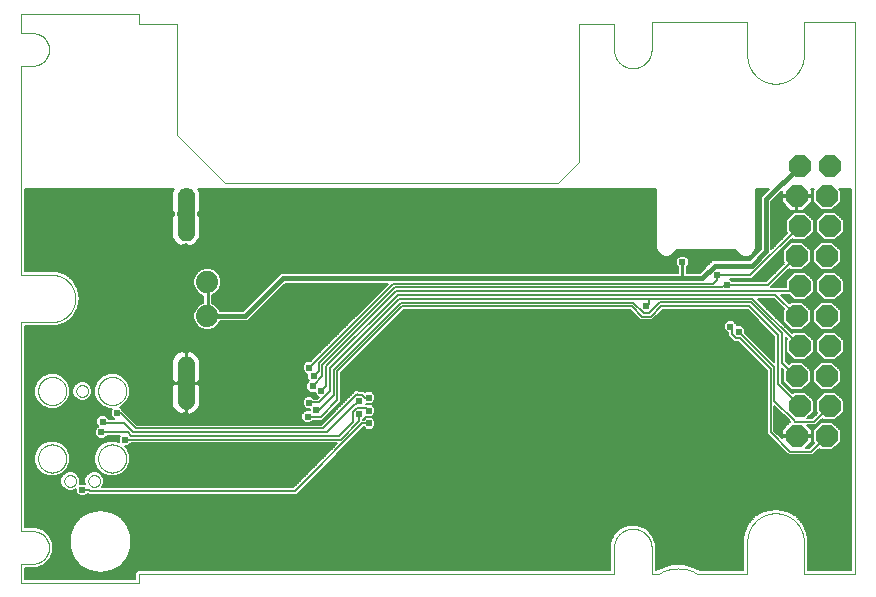
<source format=gbl>
G75*
%MOIN*%
%OFA0B0*%
%FSLAX25Y25*%
%IPPOS*%
%LPD*%
%AMOC8*
5,1,8,0,0,1.08239X$1,22.5*
%
%ADD10C,0.00100*%
%ADD11C,0.05906*%
%ADD12C,0.00984*%
%ADD13C,0.20866*%
%ADD14OC8,0.07400*%
%ADD15C,0.07400*%
%ADD16C,0.00000*%
%ADD17C,0.00600*%
%ADD18C,0.01000*%
%ADD19C,0.02400*%
%ADD20C,0.01600*%
D10*
X0007311Y0010025D02*
X0046681Y0010025D01*
X0046681Y0012741D01*
X0204998Y0012741D01*
X0204998Y0021741D01*
X0205000Y0021898D01*
X0205006Y0022055D01*
X0205016Y0022212D01*
X0205030Y0022368D01*
X0205047Y0022524D01*
X0205069Y0022680D01*
X0205094Y0022835D01*
X0205124Y0022989D01*
X0205157Y0023143D01*
X0205194Y0023295D01*
X0205235Y0023447D01*
X0205280Y0023598D01*
X0205329Y0023747D01*
X0205381Y0023895D01*
X0205437Y0024042D01*
X0205497Y0024187D01*
X0205560Y0024331D01*
X0205627Y0024473D01*
X0205697Y0024613D01*
X0205771Y0024752D01*
X0205848Y0024889D01*
X0205929Y0025023D01*
X0206013Y0025156D01*
X0206101Y0025286D01*
X0206192Y0025415D01*
X0206286Y0025541D01*
X0206383Y0025664D01*
X0206483Y0025785D01*
X0206586Y0025904D01*
X0206692Y0026019D01*
X0206801Y0026133D01*
X0206913Y0026243D01*
X0207027Y0026350D01*
X0207144Y0026455D01*
X0207264Y0026557D01*
X0207386Y0026655D01*
X0207511Y0026751D01*
X0207638Y0026843D01*
X0207768Y0026932D01*
X0207899Y0027018D01*
X0208033Y0027101D01*
X0208168Y0027180D01*
X0208306Y0027255D01*
X0208446Y0027328D01*
X0208587Y0027396D01*
X0208730Y0027461D01*
X0208874Y0027523D01*
X0209020Y0027581D01*
X0209168Y0027635D01*
X0209317Y0027685D01*
X0209467Y0027732D01*
X0209618Y0027775D01*
X0209770Y0027814D01*
X0209923Y0027849D01*
X0210077Y0027880D01*
X0210232Y0027908D01*
X0210387Y0027931D01*
X0210543Y0027951D01*
X0210699Y0027967D01*
X0210856Y0027979D01*
X0211012Y0027987D01*
X0211169Y0027991D01*
X0211327Y0027991D01*
X0211484Y0027987D01*
X0211640Y0027979D01*
X0211797Y0027967D01*
X0211953Y0027951D01*
X0212109Y0027931D01*
X0212264Y0027908D01*
X0212419Y0027880D01*
X0212573Y0027849D01*
X0212726Y0027814D01*
X0212878Y0027775D01*
X0213029Y0027732D01*
X0213179Y0027685D01*
X0213328Y0027635D01*
X0213476Y0027581D01*
X0213622Y0027523D01*
X0213766Y0027461D01*
X0213909Y0027396D01*
X0214050Y0027328D01*
X0214190Y0027255D01*
X0214328Y0027180D01*
X0214463Y0027101D01*
X0214597Y0027018D01*
X0214728Y0026932D01*
X0214858Y0026843D01*
X0214985Y0026751D01*
X0215110Y0026655D01*
X0215232Y0026557D01*
X0215352Y0026455D01*
X0215469Y0026350D01*
X0215583Y0026243D01*
X0215695Y0026133D01*
X0215804Y0026019D01*
X0215910Y0025904D01*
X0216013Y0025785D01*
X0216113Y0025664D01*
X0216210Y0025541D01*
X0216304Y0025415D01*
X0216395Y0025286D01*
X0216483Y0025156D01*
X0216567Y0025023D01*
X0216648Y0024889D01*
X0216725Y0024752D01*
X0216799Y0024613D01*
X0216869Y0024473D01*
X0216936Y0024331D01*
X0216999Y0024187D01*
X0217059Y0024042D01*
X0217115Y0023895D01*
X0217167Y0023747D01*
X0217216Y0023598D01*
X0217261Y0023447D01*
X0217302Y0023295D01*
X0217339Y0023143D01*
X0217372Y0022989D01*
X0217402Y0022835D01*
X0217427Y0022680D01*
X0217449Y0022524D01*
X0217466Y0022368D01*
X0217480Y0022212D01*
X0217490Y0022055D01*
X0217496Y0021898D01*
X0217498Y0021741D01*
X0217498Y0012741D01*
X0219528Y0012741D01*
X0233093Y0012741D02*
X0249411Y0012741D01*
X0249411Y0023741D01*
X0249414Y0023970D01*
X0249422Y0024199D01*
X0249436Y0024427D01*
X0249456Y0024655D01*
X0249481Y0024883D01*
X0249511Y0025110D01*
X0249547Y0025336D01*
X0249589Y0025561D01*
X0249636Y0025785D01*
X0249688Y0026008D01*
X0249746Y0026229D01*
X0249810Y0026449D01*
X0249878Y0026668D01*
X0249952Y0026884D01*
X0250031Y0027099D01*
X0250116Y0027312D01*
X0250205Y0027522D01*
X0250300Y0027731D01*
X0250399Y0027937D01*
X0250504Y0028141D01*
X0250614Y0028342D01*
X0250728Y0028540D01*
X0250847Y0028735D01*
X0250971Y0028928D01*
X0251100Y0029117D01*
X0251233Y0029303D01*
X0251371Y0029486D01*
X0251513Y0029666D01*
X0251659Y0029841D01*
X0251810Y0030014D01*
X0251965Y0030182D01*
X0252124Y0030347D01*
X0252287Y0030508D01*
X0252453Y0030665D01*
X0252624Y0030818D01*
X0252798Y0030966D01*
X0252976Y0031111D01*
X0253157Y0031250D01*
X0253342Y0031386D01*
X0253529Y0031517D01*
X0253720Y0031643D01*
X0253914Y0031765D01*
X0254111Y0031882D01*
X0254311Y0031994D01*
X0254513Y0032101D01*
X0254718Y0032203D01*
X0254925Y0032300D01*
X0255135Y0032392D01*
X0255346Y0032479D01*
X0255560Y0032561D01*
X0255776Y0032638D01*
X0255993Y0032709D01*
X0256213Y0032775D01*
X0256433Y0032835D01*
X0256656Y0032891D01*
X0256879Y0032940D01*
X0257104Y0032985D01*
X0257329Y0033023D01*
X0257556Y0033057D01*
X0257783Y0033085D01*
X0258011Y0033107D01*
X0258239Y0033124D01*
X0258468Y0033135D01*
X0258697Y0033140D01*
X0258925Y0033140D01*
X0259154Y0033135D01*
X0259383Y0033124D01*
X0259611Y0033107D01*
X0259839Y0033085D01*
X0260066Y0033057D01*
X0260293Y0033023D01*
X0260518Y0032985D01*
X0260743Y0032940D01*
X0260966Y0032891D01*
X0261189Y0032835D01*
X0261409Y0032775D01*
X0261629Y0032709D01*
X0261846Y0032638D01*
X0262062Y0032561D01*
X0262276Y0032479D01*
X0262487Y0032392D01*
X0262697Y0032300D01*
X0262904Y0032203D01*
X0263109Y0032101D01*
X0263311Y0031994D01*
X0263511Y0031882D01*
X0263708Y0031765D01*
X0263902Y0031643D01*
X0264093Y0031517D01*
X0264280Y0031386D01*
X0264465Y0031250D01*
X0264646Y0031111D01*
X0264824Y0030966D01*
X0264998Y0030818D01*
X0265169Y0030665D01*
X0265335Y0030508D01*
X0265498Y0030347D01*
X0265657Y0030182D01*
X0265812Y0030014D01*
X0265963Y0029841D01*
X0266109Y0029666D01*
X0266251Y0029486D01*
X0266389Y0029303D01*
X0266522Y0029117D01*
X0266651Y0028928D01*
X0266775Y0028735D01*
X0266894Y0028540D01*
X0267008Y0028342D01*
X0267118Y0028141D01*
X0267223Y0027937D01*
X0267322Y0027731D01*
X0267417Y0027522D01*
X0267506Y0027312D01*
X0267591Y0027099D01*
X0267670Y0026884D01*
X0267744Y0026668D01*
X0267812Y0026449D01*
X0267876Y0026229D01*
X0267934Y0026008D01*
X0267986Y0025785D01*
X0268033Y0025561D01*
X0268075Y0025336D01*
X0268111Y0025110D01*
X0268141Y0024883D01*
X0268166Y0024655D01*
X0268186Y0024427D01*
X0268200Y0024199D01*
X0268208Y0023970D01*
X0268211Y0023741D01*
X0268211Y0012741D01*
X0285311Y0012741D01*
X0285311Y0196741D01*
X0268211Y0196741D01*
X0268211Y0185741D01*
X0268208Y0185512D01*
X0268200Y0185283D01*
X0268186Y0185055D01*
X0268166Y0184827D01*
X0268141Y0184599D01*
X0268111Y0184372D01*
X0268075Y0184146D01*
X0268033Y0183921D01*
X0267986Y0183697D01*
X0267934Y0183474D01*
X0267876Y0183253D01*
X0267812Y0183033D01*
X0267744Y0182814D01*
X0267670Y0182598D01*
X0267591Y0182383D01*
X0267506Y0182170D01*
X0267417Y0181960D01*
X0267322Y0181751D01*
X0267223Y0181545D01*
X0267118Y0181341D01*
X0267008Y0181140D01*
X0266894Y0180942D01*
X0266775Y0180747D01*
X0266651Y0180554D01*
X0266522Y0180365D01*
X0266389Y0180179D01*
X0266251Y0179996D01*
X0266109Y0179816D01*
X0265963Y0179641D01*
X0265812Y0179468D01*
X0265657Y0179300D01*
X0265498Y0179135D01*
X0265335Y0178974D01*
X0265169Y0178817D01*
X0264998Y0178664D01*
X0264824Y0178516D01*
X0264646Y0178371D01*
X0264465Y0178232D01*
X0264280Y0178096D01*
X0264093Y0177965D01*
X0263902Y0177839D01*
X0263708Y0177717D01*
X0263511Y0177600D01*
X0263311Y0177488D01*
X0263109Y0177381D01*
X0262904Y0177279D01*
X0262697Y0177182D01*
X0262487Y0177090D01*
X0262276Y0177003D01*
X0262062Y0176921D01*
X0261846Y0176844D01*
X0261629Y0176773D01*
X0261409Y0176707D01*
X0261189Y0176647D01*
X0260966Y0176591D01*
X0260743Y0176542D01*
X0260518Y0176497D01*
X0260293Y0176459D01*
X0260066Y0176425D01*
X0259839Y0176397D01*
X0259611Y0176375D01*
X0259383Y0176358D01*
X0259154Y0176347D01*
X0258925Y0176342D01*
X0258697Y0176342D01*
X0258468Y0176347D01*
X0258239Y0176358D01*
X0258011Y0176375D01*
X0257783Y0176397D01*
X0257556Y0176425D01*
X0257329Y0176459D01*
X0257104Y0176497D01*
X0256879Y0176542D01*
X0256656Y0176591D01*
X0256433Y0176647D01*
X0256213Y0176707D01*
X0255993Y0176773D01*
X0255776Y0176844D01*
X0255560Y0176921D01*
X0255346Y0177003D01*
X0255135Y0177090D01*
X0254925Y0177182D01*
X0254718Y0177279D01*
X0254513Y0177381D01*
X0254311Y0177488D01*
X0254111Y0177600D01*
X0253914Y0177717D01*
X0253720Y0177839D01*
X0253529Y0177965D01*
X0253342Y0178096D01*
X0253157Y0178232D01*
X0252976Y0178371D01*
X0252798Y0178516D01*
X0252624Y0178664D01*
X0252453Y0178817D01*
X0252287Y0178974D01*
X0252124Y0179135D01*
X0251965Y0179300D01*
X0251810Y0179468D01*
X0251659Y0179641D01*
X0251513Y0179816D01*
X0251371Y0179996D01*
X0251233Y0180179D01*
X0251100Y0180365D01*
X0250971Y0180554D01*
X0250847Y0180747D01*
X0250728Y0180942D01*
X0250614Y0181140D01*
X0250504Y0181341D01*
X0250399Y0181545D01*
X0250300Y0181751D01*
X0250205Y0181960D01*
X0250116Y0182170D01*
X0250031Y0182383D01*
X0249952Y0182598D01*
X0249878Y0182814D01*
X0249810Y0183033D01*
X0249746Y0183253D01*
X0249688Y0183474D01*
X0249636Y0183697D01*
X0249589Y0183921D01*
X0249547Y0184146D01*
X0249511Y0184372D01*
X0249481Y0184599D01*
X0249456Y0184827D01*
X0249436Y0185055D01*
X0249422Y0185283D01*
X0249414Y0185512D01*
X0249411Y0185741D01*
X0249411Y0196741D01*
X0217498Y0196741D01*
X0217498Y0187741D01*
X0217496Y0187584D01*
X0217490Y0187427D01*
X0217480Y0187270D01*
X0217466Y0187114D01*
X0217449Y0186958D01*
X0217427Y0186802D01*
X0217402Y0186647D01*
X0217372Y0186493D01*
X0217339Y0186339D01*
X0217302Y0186187D01*
X0217261Y0186035D01*
X0217216Y0185884D01*
X0217167Y0185735D01*
X0217115Y0185587D01*
X0217059Y0185440D01*
X0216999Y0185295D01*
X0216936Y0185151D01*
X0216869Y0185009D01*
X0216799Y0184869D01*
X0216725Y0184730D01*
X0216648Y0184593D01*
X0216567Y0184459D01*
X0216483Y0184326D01*
X0216395Y0184196D01*
X0216304Y0184067D01*
X0216210Y0183941D01*
X0216113Y0183818D01*
X0216013Y0183697D01*
X0215910Y0183578D01*
X0215804Y0183463D01*
X0215695Y0183349D01*
X0215583Y0183239D01*
X0215469Y0183132D01*
X0215352Y0183027D01*
X0215232Y0182925D01*
X0215110Y0182827D01*
X0214985Y0182731D01*
X0214858Y0182639D01*
X0214728Y0182550D01*
X0214597Y0182464D01*
X0214463Y0182381D01*
X0214328Y0182302D01*
X0214190Y0182227D01*
X0214050Y0182154D01*
X0213909Y0182086D01*
X0213766Y0182021D01*
X0213622Y0181959D01*
X0213476Y0181901D01*
X0213328Y0181847D01*
X0213179Y0181797D01*
X0213029Y0181750D01*
X0212878Y0181707D01*
X0212726Y0181668D01*
X0212573Y0181633D01*
X0212419Y0181602D01*
X0212264Y0181574D01*
X0212109Y0181551D01*
X0211953Y0181531D01*
X0211797Y0181515D01*
X0211640Y0181503D01*
X0211484Y0181495D01*
X0211327Y0181491D01*
X0211169Y0181491D01*
X0211012Y0181495D01*
X0210856Y0181503D01*
X0210699Y0181515D01*
X0210543Y0181531D01*
X0210387Y0181551D01*
X0210232Y0181574D01*
X0210077Y0181602D01*
X0209923Y0181633D01*
X0209770Y0181668D01*
X0209618Y0181707D01*
X0209467Y0181750D01*
X0209317Y0181797D01*
X0209168Y0181847D01*
X0209020Y0181901D01*
X0208874Y0181959D01*
X0208730Y0182021D01*
X0208587Y0182086D01*
X0208446Y0182154D01*
X0208306Y0182227D01*
X0208168Y0182302D01*
X0208033Y0182381D01*
X0207899Y0182464D01*
X0207768Y0182550D01*
X0207638Y0182639D01*
X0207511Y0182731D01*
X0207386Y0182827D01*
X0207264Y0182925D01*
X0207144Y0183027D01*
X0207027Y0183132D01*
X0206913Y0183239D01*
X0206801Y0183349D01*
X0206692Y0183463D01*
X0206586Y0183578D01*
X0206483Y0183697D01*
X0206383Y0183818D01*
X0206286Y0183941D01*
X0206192Y0184067D01*
X0206101Y0184196D01*
X0206013Y0184326D01*
X0205929Y0184459D01*
X0205848Y0184593D01*
X0205771Y0184730D01*
X0205697Y0184869D01*
X0205627Y0185009D01*
X0205560Y0185151D01*
X0205497Y0185295D01*
X0205437Y0185440D01*
X0205381Y0185587D01*
X0205329Y0185735D01*
X0205280Y0185884D01*
X0205235Y0186035D01*
X0205194Y0186187D01*
X0205157Y0186339D01*
X0205124Y0186493D01*
X0205094Y0186647D01*
X0205069Y0186802D01*
X0205047Y0186958D01*
X0205030Y0187114D01*
X0205016Y0187270D01*
X0205006Y0187427D01*
X0205000Y0187584D01*
X0204998Y0187741D01*
X0204998Y0196300D01*
X0193300Y0196300D01*
X0193300Y0150300D01*
X0186300Y0143300D01*
X0075300Y0143300D01*
X0059300Y0159300D01*
X0059300Y0196300D01*
X0046681Y0196300D01*
X0046681Y0199458D01*
X0007311Y0199458D01*
X0007311Y0193155D01*
X0011248Y0193155D01*
X0011248Y0193154D02*
X0011393Y0193152D01*
X0011539Y0193146D01*
X0011684Y0193136D01*
X0011828Y0193123D01*
X0011973Y0193105D01*
X0012116Y0193084D01*
X0012259Y0193059D01*
X0012402Y0193030D01*
X0012543Y0192997D01*
X0012684Y0192960D01*
X0012824Y0192920D01*
X0012962Y0192875D01*
X0013099Y0192828D01*
X0013235Y0192776D01*
X0013370Y0192721D01*
X0013503Y0192662D01*
X0013634Y0192600D01*
X0013764Y0192534D01*
X0013891Y0192465D01*
X0014017Y0192392D01*
X0014141Y0192316D01*
X0014263Y0192237D01*
X0014382Y0192154D01*
X0014500Y0192068D01*
X0014615Y0191980D01*
X0014727Y0191888D01*
X0014837Y0191793D01*
X0014945Y0191695D01*
X0015050Y0191594D01*
X0015152Y0191491D01*
X0015251Y0191385D01*
X0015348Y0191276D01*
X0015441Y0191164D01*
X0015531Y0191051D01*
X0015619Y0190934D01*
X0015703Y0190816D01*
X0015784Y0190695D01*
X0015861Y0190572D01*
X0015936Y0190448D01*
X0016007Y0190321D01*
X0016074Y0190192D01*
X0016138Y0190062D01*
X0016199Y0189929D01*
X0016256Y0189796D01*
X0016309Y0189660D01*
X0016359Y0189524D01*
X0016405Y0189386D01*
X0016447Y0189247D01*
X0016486Y0189107D01*
X0016521Y0188966D01*
X0016552Y0188824D01*
X0016579Y0188681D01*
X0016602Y0188537D01*
X0016622Y0188393D01*
X0016637Y0188249D01*
X0016649Y0188104D01*
X0016657Y0187959D01*
X0016661Y0187814D01*
X0016661Y0187668D01*
X0016657Y0187523D01*
X0016649Y0187378D01*
X0016637Y0187233D01*
X0016622Y0187089D01*
X0016602Y0186945D01*
X0016579Y0186801D01*
X0016552Y0186658D01*
X0016521Y0186516D01*
X0016486Y0186375D01*
X0016447Y0186235D01*
X0016405Y0186096D01*
X0016359Y0185958D01*
X0016309Y0185822D01*
X0016256Y0185686D01*
X0016199Y0185553D01*
X0016138Y0185420D01*
X0016074Y0185290D01*
X0016007Y0185161D01*
X0015936Y0185035D01*
X0015861Y0184910D01*
X0015784Y0184787D01*
X0015703Y0184666D01*
X0015619Y0184548D01*
X0015531Y0184431D01*
X0015441Y0184318D01*
X0015348Y0184206D01*
X0015251Y0184097D01*
X0015152Y0183991D01*
X0015050Y0183888D01*
X0014945Y0183787D01*
X0014837Y0183689D01*
X0014727Y0183594D01*
X0014615Y0183502D01*
X0014500Y0183414D01*
X0014382Y0183328D01*
X0014263Y0183245D01*
X0014141Y0183166D01*
X0014017Y0183090D01*
X0013891Y0183017D01*
X0013764Y0182948D01*
X0013634Y0182882D01*
X0013503Y0182820D01*
X0013370Y0182761D01*
X0013235Y0182706D01*
X0013099Y0182654D01*
X0012962Y0182607D01*
X0012824Y0182562D01*
X0012684Y0182522D01*
X0012543Y0182485D01*
X0012402Y0182452D01*
X0012259Y0182423D01*
X0012116Y0182398D01*
X0011973Y0182377D01*
X0011828Y0182359D01*
X0011684Y0182346D01*
X0011539Y0182336D01*
X0011393Y0182330D01*
X0011248Y0182328D01*
X0007311Y0182328D01*
X0007311Y0112615D01*
X0017540Y0112615D01*
X0017732Y0112613D01*
X0017923Y0112606D01*
X0018115Y0112594D01*
X0018306Y0112578D01*
X0018496Y0112557D01*
X0018686Y0112531D01*
X0018876Y0112501D01*
X0019064Y0112466D01*
X0019252Y0112427D01*
X0019439Y0112383D01*
X0019624Y0112334D01*
X0019808Y0112281D01*
X0019991Y0112224D01*
X0020173Y0112162D01*
X0020353Y0112095D01*
X0020531Y0112025D01*
X0020708Y0111950D01*
X0020882Y0111870D01*
X0021055Y0111787D01*
X0021225Y0111699D01*
X0021394Y0111608D01*
X0021560Y0111512D01*
X0021723Y0111412D01*
X0021885Y0111308D01*
X0022043Y0111200D01*
X0022199Y0111089D01*
X0022352Y0110973D01*
X0022503Y0110854D01*
X0022650Y0110732D01*
X0022794Y0110605D01*
X0022936Y0110476D01*
X0023074Y0110343D01*
X0023209Y0110206D01*
X0023340Y0110066D01*
X0023468Y0109924D01*
X0023592Y0109778D01*
X0023713Y0109629D01*
X0023830Y0109477D01*
X0023944Y0109323D01*
X0024054Y0109165D01*
X0024159Y0109005D01*
X0024261Y0108843D01*
X0024359Y0108678D01*
X0024453Y0108511D01*
X0024543Y0108341D01*
X0024628Y0108170D01*
X0024710Y0107996D01*
X0024787Y0107821D01*
X0024860Y0107643D01*
X0024928Y0107464D01*
X0024992Y0107283D01*
X0025052Y0107101D01*
X0025107Y0106918D01*
X0025158Y0106733D01*
X0025204Y0106547D01*
X0025246Y0106359D01*
X0025283Y0106171D01*
X0025316Y0105982D01*
X0025343Y0105793D01*
X0025367Y0105602D01*
X0025385Y0105411D01*
X0025399Y0105220D01*
X0025409Y0105029D01*
X0025413Y0104837D01*
X0025413Y0104645D01*
X0025409Y0104453D01*
X0025399Y0104262D01*
X0025385Y0104071D01*
X0025367Y0103880D01*
X0025343Y0103689D01*
X0025316Y0103500D01*
X0025283Y0103311D01*
X0025246Y0103123D01*
X0025204Y0102935D01*
X0025158Y0102749D01*
X0025107Y0102564D01*
X0025052Y0102381D01*
X0024992Y0102199D01*
X0024928Y0102018D01*
X0024860Y0101839D01*
X0024787Y0101661D01*
X0024710Y0101486D01*
X0024628Y0101312D01*
X0024543Y0101141D01*
X0024453Y0100971D01*
X0024359Y0100804D01*
X0024261Y0100639D01*
X0024159Y0100477D01*
X0024054Y0100317D01*
X0023944Y0100159D01*
X0023830Y0100005D01*
X0023713Y0099853D01*
X0023592Y0099704D01*
X0023468Y0099558D01*
X0023340Y0099416D01*
X0023209Y0099276D01*
X0023074Y0099139D01*
X0022936Y0099006D01*
X0022794Y0098877D01*
X0022650Y0098750D01*
X0022503Y0098628D01*
X0022352Y0098509D01*
X0022199Y0098393D01*
X0022043Y0098282D01*
X0021885Y0098174D01*
X0021723Y0098070D01*
X0021560Y0097970D01*
X0021394Y0097874D01*
X0021225Y0097783D01*
X0021055Y0097695D01*
X0020882Y0097612D01*
X0020708Y0097532D01*
X0020531Y0097457D01*
X0020353Y0097387D01*
X0020173Y0097320D01*
X0019991Y0097258D01*
X0019808Y0097201D01*
X0019624Y0097148D01*
X0019439Y0097099D01*
X0019252Y0097055D01*
X0019064Y0097016D01*
X0018876Y0096981D01*
X0018686Y0096951D01*
X0018496Y0096925D01*
X0018306Y0096904D01*
X0018115Y0096888D01*
X0017923Y0096876D01*
X0017732Y0096869D01*
X0017540Y0096867D01*
X0007311Y0096867D01*
X0007311Y0027155D01*
X0011248Y0027155D01*
X0011248Y0027154D02*
X0011393Y0027152D01*
X0011539Y0027146D01*
X0011684Y0027136D01*
X0011828Y0027123D01*
X0011973Y0027105D01*
X0012116Y0027084D01*
X0012259Y0027059D01*
X0012402Y0027030D01*
X0012543Y0026997D01*
X0012684Y0026960D01*
X0012824Y0026920D01*
X0012962Y0026875D01*
X0013099Y0026828D01*
X0013235Y0026776D01*
X0013370Y0026721D01*
X0013503Y0026662D01*
X0013634Y0026600D01*
X0013764Y0026534D01*
X0013891Y0026465D01*
X0014017Y0026392D01*
X0014141Y0026316D01*
X0014263Y0026237D01*
X0014382Y0026154D01*
X0014500Y0026068D01*
X0014615Y0025980D01*
X0014727Y0025888D01*
X0014837Y0025793D01*
X0014945Y0025695D01*
X0015050Y0025594D01*
X0015152Y0025491D01*
X0015251Y0025385D01*
X0015348Y0025276D01*
X0015441Y0025164D01*
X0015531Y0025051D01*
X0015619Y0024934D01*
X0015703Y0024816D01*
X0015784Y0024695D01*
X0015861Y0024572D01*
X0015936Y0024448D01*
X0016007Y0024321D01*
X0016074Y0024192D01*
X0016138Y0024062D01*
X0016199Y0023929D01*
X0016256Y0023796D01*
X0016309Y0023660D01*
X0016359Y0023524D01*
X0016405Y0023386D01*
X0016447Y0023247D01*
X0016486Y0023107D01*
X0016521Y0022966D01*
X0016552Y0022824D01*
X0016579Y0022681D01*
X0016602Y0022537D01*
X0016622Y0022393D01*
X0016637Y0022249D01*
X0016649Y0022104D01*
X0016657Y0021959D01*
X0016661Y0021814D01*
X0016661Y0021668D01*
X0016657Y0021523D01*
X0016649Y0021378D01*
X0016637Y0021233D01*
X0016622Y0021089D01*
X0016602Y0020945D01*
X0016579Y0020801D01*
X0016552Y0020658D01*
X0016521Y0020516D01*
X0016486Y0020375D01*
X0016447Y0020235D01*
X0016405Y0020096D01*
X0016359Y0019958D01*
X0016309Y0019822D01*
X0016256Y0019686D01*
X0016199Y0019553D01*
X0016138Y0019420D01*
X0016074Y0019290D01*
X0016007Y0019161D01*
X0015936Y0019035D01*
X0015861Y0018910D01*
X0015784Y0018787D01*
X0015703Y0018666D01*
X0015619Y0018548D01*
X0015531Y0018431D01*
X0015441Y0018318D01*
X0015348Y0018206D01*
X0015251Y0018097D01*
X0015152Y0017991D01*
X0015050Y0017888D01*
X0014945Y0017787D01*
X0014837Y0017689D01*
X0014727Y0017594D01*
X0014615Y0017502D01*
X0014500Y0017414D01*
X0014382Y0017328D01*
X0014263Y0017245D01*
X0014141Y0017166D01*
X0014017Y0017090D01*
X0013891Y0017017D01*
X0013764Y0016948D01*
X0013634Y0016882D01*
X0013503Y0016820D01*
X0013370Y0016761D01*
X0013235Y0016706D01*
X0013099Y0016654D01*
X0012962Y0016607D01*
X0012824Y0016562D01*
X0012684Y0016522D01*
X0012543Y0016485D01*
X0012402Y0016452D01*
X0012259Y0016423D01*
X0012116Y0016398D01*
X0011973Y0016377D01*
X0011828Y0016359D01*
X0011684Y0016346D01*
X0011539Y0016336D01*
X0011393Y0016330D01*
X0011248Y0016328D01*
X0007311Y0016328D01*
X0007311Y0010025D01*
X0219529Y0012741D02*
X0219787Y0012903D01*
X0220049Y0013059D01*
X0220315Y0013209D01*
X0220584Y0013352D01*
X0220857Y0013488D01*
X0221133Y0013618D01*
X0221412Y0013741D01*
X0221695Y0013857D01*
X0221979Y0013966D01*
X0222267Y0014069D01*
X0222557Y0014164D01*
X0222849Y0014252D01*
X0223143Y0014333D01*
X0223439Y0014407D01*
X0223737Y0014473D01*
X0224036Y0014532D01*
X0224336Y0014584D01*
X0224638Y0014629D01*
X0224941Y0014666D01*
X0225245Y0014695D01*
X0225549Y0014718D01*
X0225854Y0014733D01*
X0226158Y0014740D01*
X0226464Y0014740D01*
X0226768Y0014733D01*
X0227073Y0014718D01*
X0227377Y0014695D01*
X0227681Y0014666D01*
X0227984Y0014629D01*
X0228286Y0014584D01*
X0228586Y0014532D01*
X0228885Y0014473D01*
X0229183Y0014407D01*
X0229479Y0014333D01*
X0229773Y0014252D01*
X0230065Y0014164D01*
X0230355Y0014069D01*
X0230643Y0013966D01*
X0230927Y0013857D01*
X0231210Y0013741D01*
X0231489Y0013618D01*
X0231765Y0013488D01*
X0232038Y0013352D01*
X0232307Y0013209D01*
X0232573Y0013059D01*
X0232835Y0012903D01*
X0233093Y0012741D01*
D11*
X0062300Y0076700D03*
X0062300Y0132800D03*
D12*
X0059839Y0132800D02*
X0059839Y0126894D01*
X0059887Y0126414D01*
X0060027Y0125953D01*
X0060254Y0125527D01*
X0060560Y0125155D01*
X0060933Y0124849D01*
X0061358Y0124621D01*
X0061820Y0124481D01*
X0062300Y0124434D01*
X0062780Y0124481D01*
X0063242Y0124621D01*
X0063667Y0124849D01*
X0064040Y0125155D01*
X0064346Y0125527D01*
X0064573Y0125953D01*
X0064713Y0126414D01*
X0064761Y0126894D01*
X0064761Y0138706D01*
X0064713Y0139186D01*
X0064573Y0139647D01*
X0064346Y0140073D01*
X0064040Y0140445D01*
X0063667Y0140751D01*
X0063242Y0140979D01*
X0062780Y0141119D01*
X0062300Y0141166D01*
X0061820Y0141119D01*
X0061358Y0140979D01*
X0060933Y0140751D01*
X0060560Y0140445D01*
X0060254Y0140073D01*
X0060027Y0139647D01*
X0059887Y0139186D01*
X0059839Y0138706D01*
X0059839Y0132800D01*
X0059839Y0132835D02*
X0064761Y0132835D01*
X0064761Y0133818D02*
X0059839Y0133818D01*
X0059839Y0134800D02*
X0064761Y0134800D01*
X0064761Y0135783D02*
X0059839Y0135783D01*
X0059839Y0136766D02*
X0064761Y0136766D01*
X0064761Y0137749D02*
X0059839Y0137749D01*
X0059842Y0138731D02*
X0064758Y0138731D01*
X0064537Y0139714D02*
X0060063Y0139714D01*
X0060867Y0140697D02*
X0063733Y0140697D01*
X0064761Y0131852D02*
X0059839Y0131852D01*
X0059839Y0130869D02*
X0064761Y0130869D01*
X0064761Y0129887D02*
X0059839Y0129887D01*
X0059839Y0128904D02*
X0064761Y0128904D01*
X0064761Y0127921D02*
X0059839Y0127921D01*
X0059839Y0126938D02*
X0064761Y0126938D01*
X0064574Y0125956D02*
X0060026Y0125956D01*
X0060782Y0124973D02*
X0063818Y0124973D01*
X0062300Y0085066D02*
X0062780Y0085019D01*
X0063242Y0084879D01*
X0063667Y0084651D01*
X0064040Y0084345D01*
X0064346Y0083973D01*
X0064573Y0083547D01*
X0064713Y0083086D01*
X0064761Y0082606D01*
X0064761Y0070794D01*
X0064713Y0070314D01*
X0064573Y0069853D01*
X0064346Y0069427D01*
X0064040Y0069055D01*
X0063667Y0068749D01*
X0063242Y0068521D01*
X0062780Y0068381D01*
X0062300Y0068334D01*
X0061820Y0068381D01*
X0061358Y0068521D01*
X0060933Y0068749D01*
X0060560Y0069055D01*
X0060254Y0069427D01*
X0060027Y0069853D01*
X0059887Y0070314D01*
X0059839Y0070794D01*
X0059839Y0076700D01*
X0059839Y0082606D01*
X0059887Y0083086D01*
X0060027Y0083547D01*
X0060254Y0083973D01*
X0060560Y0084345D01*
X0060933Y0084651D01*
X0061358Y0084879D01*
X0061820Y0085019D01*
X0062300Y0085066D01*
X0060985Y0084679D02*
X0063615Y0084679D01*
X0064493Y0083697D02*
X0060107Y0083697D01*
X0059850Y0082714D02*
X0064750Y0082714D01*
X0064761Y0081731D02*
X0059839Y0081731D01*
X0059839Y0080748D02*
X0064761Y0080748D01*
X0064761Y0079766D02*
X0059839Y0079766D01*
X0059839Y0078783D02*
X0064761Y0078783D01*
X0064761Y0077800D02*
X0059839Y0077800D01*
X0059839Y0076817D02*
X0064761Y0076817D01*
X0064761Y0075835D02*
X0059839Y0075835D01*
X0059839Y0074852D02*
X0064761Y0074852D01*
X0064761Y0073869D02*
X0059839Y0073869D01*
X0059839Y0072886D02*
X0064761Y0072886D01*
X0064761Y0071904D02*
X0059839Y0071904D01*
X0059839Y0070921D02*
X0064761Y0070921D01*
X0064599Y0069938D02*
X0060001Y0069938D01*
X0060681Y0068955D02*
X0063919Y0068955D01*
D13*
X0103774Y0029503D03*
X0191074Y0124503D03*
D14*
X0265831Y0118906D03*
X0275831Y0118906D03*
X0276831Y0108906D03*
X0266831Y0108906D03*
X0265831Y0098906D03*
X0275831Y0098906D03*
X0276831Y0088906D03*
X0266831Y0088906D03*
X0265831Y0078906D03*
X0275831Y0078906D03*
X0276831Y0068906D03*
X0266831Y0068906D03*
X0265831Y0058906D03*
X0275831Y0058906D03*
X0276831Y0128906D03*
X0266831Y0128906D03*
X0265831Y0138906D03*
X0275831Y0138906D03*
X0276831Y0148906D03*
X0266831Y0148906D03*
D15*
X0069434Y0110162D03*
X0069434Y0098762D03*
D16*
X0033025Y0073900D02*
X0033027Y0074037D01*
X0033033Y0074173D01*
X0033043Y0074309D01*
X0033057Y0074445D01*
X0033075Y0074581D01*
X0033097Y0074716D01*
X0033122Y0074850D01*
X0033152Y0074983D01*
X0033186Y0075115D01*
X0033223Y0075247D01*
X0033264Y0075377D01*
X0033310Y0075506D01*
X0033358Y0075634D01*
X0033411Y0075760D01*
X0033467Y0075884D01*
X0033527Y0076007D01*
X0033590Y0076128D01*
X0033657Y0076247D01*
X0033727Y0076364D01*
X0033801Y0076480D01*
X0033878Y0076592D01*
X0033958Y0076703D01*
X0034042Y0076811D01*
X0034129Y0076917D01*
X0034218Y0077020D01*
X0034311Y0077120D01*
X0034406Y0077218D01*
X0034505Y0077313D01*
X0034606Y0077405D01*
X0034710Y0077493D01*
X0034816Y0077579D01*
X0034925Y0077662D01*
X0035036Y0077741D01*
X0035149Y0077818D01*
X0035265Y0077891D01*
X0035382Y0077960D01*
X0035502Y0078026D01*
X0035623Y0078088D01*
X0035747Y0078147D01*
X0035872Y0078203D01*
X0035998Y0078254D01*
X0036126Y0078302D01*
X0036255Y0078346D01*
X0036386Y0078387D01*
X0036518Y0078423D01*
X0036650Y0078456D01*
X0036784Y0078484D01*
X0036918Y0078509D01*
X0037053Y0078530D01*
X0037189Y0078547D01*
X0037325Y0078560D01*
X0037461Y0078569D01*
X0037598Y0078574D01*
X0037734Y0078575D01*
X0037871Y0078572D01*
X0038007Y0078565D01*
X0038143Y0078554D01*
X0038279Y0078539D01*
X0038414Y0078520D01*
X0038549Y0078497D01*
X0038683Y0078470D01*
X0038816Y0078440D01*
X0038948Y0078405D01*
X0039080Y0078367D01*
X0039209Y0078325D01*
X0039338Y0078279D01*
X0039465Y0078229D01*
X0039591Y0078175D01*
X0039715Y0078118D01*
X0039838Y0078058D01*
X0039958Y0077993D01*
X0040077Y0077926D01*
X0040193Y0077855D01*
X0040308Y0077780D01*
X0040420Y0077702D01*
X0040530Y0077621D01*
X0040638Y0077537D01*
X0040743Y0077449D01*
X0040845Y0077359D01*
X0040945Y0077266D01*
X0041042Y0077169D01*
X0041136Y0077070D01*
X0041227Y0076969D01*
X0041315Y0076864D01*
X0041400Y0076757D01*
X0041482Y0076648D01*
X0041561Y0076536D01*
X0041636Y0076422D01*
X0041708Y0076306D01*
X0041777Y0076188D01*
X0041842Y0076068D01*
X0041904Y0075946D01*
X0041962Y0075822D01*
X0042016Y0075697D01*
X0042067Y0075570D01*
X0042113Y0075442D01*
X0042157Y0075312D01*
X0042196Y0075181D01*
X0042232Y0075049D01*
X0042263Y0074916D01*
X0042291Y0074783D01*
X0042315Y0074648D01*
X0042335Y0074513D01*
X0042351Y0074377D01*
X0042363Y0074241D01*
X0042371Y0074105D01*
X0042375Y0073968D01*
X0042375Y0073832D01*
X0042371Y0073695D01*
X0042363Y0073559D01*
X0042351Y0073423D01*
X0042335Y0073287D01*
X0042315Y0073152D01*
X0042291Y0073017D01*
X0042263Y0072884D01*
X0042232Y0072751D01*
X0042196Y0072619D01*
X0042157Y0072488D01*
X0042113Y0072358D01*
X0042067Y0072230D01*
X0042016Y0072103D01*
X0041962Y0071978D01*
X0041904Y0071854D01*
X0041842Y0071732D01*
X0041777Y0071612D01*
X0041708Y0071494D01*
X0041636Y0071378D01*
X0041561Y0071264D01*
X0041482Y0071152D01*
X0041400Y0071043D01*
X0041315Y0070936D01*
X0041227Y0070831D01*
X0041136Y0070730D01*
X0041042Y0070631D01*
X0040945Y0070534D01*
X0040845Y0070441D01*
X0040743Y0070351D01*
X0040638Y0070263D01*
X0040530Y0070179D01*
X0040420Y0070098D01*
X0040308Y0070020D01*
X0040193Y0069945D01*
X0040077Y0069874D01*
X0039958Y0069807D01*
X0039838Y0069742D01*
X0039715Y0069682D01*
X0039591Y0069625D01*
X0039465Y0069571D01*
X0039338Y0069521D01*
X0039209Y0069475D01*
X0039080Y0069433D01*
X0038948Y0069395D01*
X0038816Y0069360D01*
X0038683Y0069330D01*
X0038549Y0069303D01*
X0038414Y0069280D01*
X0038279Y0069261D01*
X0038143Y0069246D01*
X0038007Y0069235D01*
X0037871Y0069228D01*
X0037734Y0069225D01*
X0037598Y0069226D01*
X0037461Y0069231D01*
X0037325Y0069240D01*
X0037189Y0069253D01*
X0037053Y0069270D01*
X0036918Y0069291D01*
X0036784Y0069316D01*
X0036650Y0069344D01*
X0036518Y0069377D01*
X0036386Y0069413D01*
X0036255Y0069454D01*
X0036126Y0069498D01*
X0035998Y0069546D01*
X0035872Y0069597D01*
X0035747Y0069653D01*
X0035623Y0069712D01*
X0035502Y0069774D01*
X0035382Y0069840D01*
X0035265Y0069909D01*
X0035149Y0069982D01*
X0035036Y0070059D01*
X0034925Y0070138D01*
X0034816Y0070221D01*
X0034710Y0070307D01*
X0034606Y0070395D01*
X0034505Y0070487D01*
X0034406Y0070582D01*
X0034311Y0070680D01*
X0034218Y0070780D01*
X0034129Y0070883D01*
X0034042Y0070989D01*
X0033958Y0071097D01*
X0033878Y0071208D01*
X0033801Y0071320D01*
X0033727Y0071436D01*
X0033657Y0071553D01*
X0033590Y0071672D01*
X0033527Y0071793D01*
X0033467Y0071916D01*
X0033411Y0072040D01*
X0033358Y0072166D01*
X0033310Y0072294D01*
X0033264Y0072423D01*
X0033223Y0072553D01*
X0033186Y0072685D01*
X0033152Y0072817D01*
X0033122Y0072950D01*
X0033097Y0073084D01*
X0033075Y0073219D01*
X0033057Y0073355D01*
X0033043Y0073491D01*
X0033033Y0073627D01*
X0033027Y0073763D01*
X0033025Y0073900D01*
X0025750Y0073900D02*
X0025752Y0073988D01*
X0025758Y0074076D01*
X0025768Y0074164D01*
X0025782Y0074251D01*
X0025800Y0074337D01*
X0025821Y0074422D01*
X0025847Y0074507D01*
X0025876Y0074590D01*
X0025909Y0074672D01*
X0025946Y0074752D01*
X0025986Y0074830D01*
X0026030Y0074907D01*
X0026077Y0074981D01*
X0026128Y0075053D01*
X0026181Y0075123D01*
X0026238Y0075191D01*
X0026298Y0075255D01*
X0026361Y0075317D01*
X0026426Y0075376D01*
X0026494Y0075432D01*
X0026565Y0075485D01*
X0026637Y0075535D01*
X0026712Y0075581D01*
X0026789Y0075624D01*
X0026868Y0075664D01*
X0026949Y0075699D01*
X0027031Y0075732D01*
X0027114Y0075760D01*
X0027199Y0075785D01*
X0027285Y0075805D01*
X0027371Y0075822D01*
X0027458Y0075835D01*
X0027546Y0075844D01*
X0027634Y0075849D01*
X0027722Y0075850D01*
X0027810Y0075847D01*
X0027898Y0075840D01*
X0027985Y0075829D01*
X0028072Y0075814D01*
X0028158Y0075795D01*
X0028244Y0075773D01*
X0028328Y0075746D01*
X0028410Y0075716D01*
X0028492Y0075682D01*
X0028572Y0075644D01*
X0028649Y0075603D01*
X0028725Y0075559D01*
X0028799Y0075511D01*
X0028871Y0075459D01*
X0028940Y0075405D01*
X0029007Y0075347D01*
X0029071Y0075287D01*
X0029132Y0075223D01*
X0029191Y0075157D01*
X0029246Y0075089D01*
X0029298Y0075017D01*
X0029347Y0074944D01*
X0029392Y0074869D01*
X0029434Y0074791D01*
X0029473Y0074712D01*
X0029508Y0074631D01*
X0029539Y0074548D01*
X0029566Y0074465D01*
X0029590Y0074380D01*
X0029610Y0074294D01*
X0029626Y0074207D01*
X0029638Y0074120D01*
X0029646Y0074032D01*
X0029650Y0073944D01*
X0029650Y0073856D01*
X0029646Y0073768D01*
X0029638Y0073680D01*
X0029626Y0073593D01*
X0029610Y0073506D01*
X0029590Y0073420D01*
X0029566Y0073335D01*
X0029539Y0073252D01*
X0029508Y0073169D01*
X0029473Y0073088D01*
X0029434Y0073009D01*
X0029392Y0072931D01*
X0029347Y0072856D01*
X0029298Y0072783D01*
X0029246Y0072711D01*
X0029191Y0072643D01*
X0029132Y0072577D01*
X0029071Y0072513D01*
X0029007Y0072453D01*
X0028940Y0072395D01*
X0028871Y0072341D01*
X0028799Y0072289D01*
X0028725Y0072241D01*
X0028649Y0072197D01*
X0028572Y0072156D01*
X0028492Y0072118D01*
X0028410Y0072084D01*
X0028328Y0072054D01*
X0028244Y0072027D01*
X0028158Y0072005D01*
X0028072Y0071986D01*
X0027985Y0071971D01*
X0027898Y0071960D01*
X0027810Y0071953D01*
X0027722Y0071950D01*
X0027634Y0071951D01*
X0027546Y0071956D01*
X0027458Y0071965D01*
X0027371Y0071978D01*
X0027285Y0071995D01*
X0027199Y0072015D01*
X0027114Y0072040D01*
X0027031Y0072068D01*
X0026949Y0072101D01*
X0026868Y0072136D01*
X0026789Y0072176D01*
X0026712Y0072219D01*
X0026637Y0072265D01*
X0026565Y0072315D01*
X0026494Y0072368D01*
X0026426Y0072424D01*
X0026361Y0072483D01*
X0026298Y0072545D01*
X0026238Y0072609D01*
X0026181Y0072677D01*
X0026128Y0072747D01*
X0026077Y0072819D01*
X0026030Y0072893D01*
X0025986Y0072970D01*
X0025946Y0073048D01*
X0025909Y0073128D01*
X0025876Y0073210D01*
X0025847Y0073293D01*
X0025821Y0073378D01*
X0025800Y0073463D01*
X0025782Y0073549D01*
X0025768Y0073636D01*
X0025758Y0073724D01*
X0025752Y0073812D01*
X0025750Y0073900D01*
X0013025Y0073900D02*
X0013027Y0074037D01*
X0013033Y0074173D01*
X0013043Y0074309D01*
X0013057Y0074445D01*
X0013075Y0074581D01*
X0013097Y0074716D01*
X0013122Y0074850D01*
X0013152Y0074983D01*
X0013186Y0075115D01*
X0013223Y0075247D01*
X0013264Y0075377D01*
X0013310Y0075506D01*
X0013358Y0075634D01*
X0013411Y0075760D01*
X0013467Y0075884D01*
X0013527Y0076007D01*
X0013590Y0076128D01*
X0013657Y0076247D01*
X0013727Y0076364D01*
X0013801Y0076480D01*
X0013878Y0076592D01*
X0013958Y0076703D01*
X0014042Y0076811D01*
X0014129Y0076917D01*
X0014218Y0077020D01*
X0014311Y0077120D01*
X0014406Y0077218D01*
X0014505Y0077313D01*
X0014606Y0077405D01*
X0014710Y0077493D01*
X0014816Y0077579D01*
X0014925Y0077662D01*
X0015036Y0077741D01*
X0015149Y0077818D01*
X0015265Y0077891D01*
X0015382Y0077960D01*
X0015502Y0078026D01*
X0015623Y0078088D01*
X0015747Y0078147D01*
X0015872Y0078203D01*
X0015998Y0078254D01*
X0016126Y0078302D01*
X0016255Y0078346D01*
X0016386Y0078387D01*
X0016518Y0078423D01*
X0016650Y0078456D01*
X0016784Y0078484D01*
X0016918Y0078509D01*
X0017053Y0078530D01*
X0017189Y0078547D01*
X0017325Y0078560D01*
X0017461Y0078569D01*
X0017598Y0078574D01*
X0017734Y0078575D01*
X0017871Y0078572D01*
X0018007Y0078565D01*
X0018143Y0078554D01*
X0018279Y0078539D01*
X0018414Y0078520D01*
X0018549Y0078497D01*
X0018683Y0078470D01*
X0018816Y0078440D01*
X0018948Y0078405D01*
X0019080Y0078367D01*
X0019209Y0078325D01*
X0019338Y0078279D01*
X0019465Y0078229D01*
X0019591Y0078175D01*
X0019715Y0078118D01*
X0019838Y0078058D01*
X0019958Y0077993D01*
X0020077Y0077926D01*
X0020193Y0077855D01*
X0020308Y0077780D01*
X0020420Y0077702D01*
X0020530Y0077621D01*
X0020638Y0077537D01*
X0020743Y0077449D01*
X0020845Y0077359D01*
X0020945Y0077266D01*
X0021042Y0077169D01*
X0021136Y0077070D01*
X0021227Y0076969D01*
X0021315Y0076864D01*
X0021400Y0076757D01*
X0021482Y0076648D01*
X0021561Y0076536D01*
X0021636Y0076422D01*
X0021708Y0076306D01*
X0021777Y0076188D01*
X0021842Y0076068D01*
X0021904Y0075946D01*
X0021962Y0075822D01*
X0022016Y0075697D01*
X0022067Y0075570D01*
X0022113Y0075442D01*
X0022157Y0075312D01*
X0022196Y0075181D01*
X0022232Y0075049D01*
X0022263Y0074916D01*
X0022291Y0074783D01*
X0022315Y0074648D01*
X0022335Y0074513D01*
X0022351Y0074377D01*
X0022363Y0074241D01*
X0022371Y0074105D01*
X0022375Y0073968D01*
X0022375Y0073832D01*
X0022371Y0073695D01*
X0022363Y0073559D01*
X0022351Y0073423D01*
X0022335Y0073287D01*
X0022315Y0073152D01*
X0022291Y0073017D01*
X0022263Y0072884D01*
X0022232Y0072751D01*
X0022196Y0072619D01*
X0022157Y0072488D01*
X0022113Y0072358D01*
X0022067Y0072230D01*
X0022016Y0072103D01*
X0021962Y0071978D01*
X0021904Y0071854D01*
X0021842Y0071732D01*
X0021777Y0071612D01*
X0021708Y0071494D01*
X0021636Y0071378D01*
X0021561Y0071264D01*
X0021482Y0071152D01*
X0021400Y0071043D01*
X0021315Y0070936D01*
X0021227Y0070831D01*
X0021136Y0070730D01*
X0021042Y0070631D01*
X0020945Y0070534D01*
X0020845Y0070441D01*
X0020743Y0070351D01*
X0020638Y0070263D01*
X0020530Y0070179D01*
X0020420Y0070098D01*
X0020308Y0070020D01*
X0020193Y0069945D01*
X0020077Y0069874D01*
X0019958Y0069807D01*
X0019838Y0069742D01*
X0019715Y0069682D01*
X0019591Y0069625D01*
X0019465Y0069571D01*
X0019338Y0069521D01*
X0019209Y0069475D01*
X0019080Y0069433D01*
X0018948Y0069395D01*
X0018816Y0069360D01*
X0018683Y0069330D01*
X0018549Y0069303D01*
X0018414Y0069280D01*
X0018279Y0069261D01*
X0018143Y0069246D01*
X0018007Y0069235D01*
X0017871Y0069228D01*
X0017734Y0069225D01*
X0017598Y0069226D01*
X0017461Y0069231D01*
X0017325Y0069240D01*
X0017189Y0069253D01*
X0017053Y0069270D01*
X0016918Y0069291D01*
X0016784Y0069316D01*
X0016650Y0069344D01*
X0016518Y0069377D01*
X0016386Y0069413D01*
X0016255Y0069454D01*
X0016126Y0069498D01*
X0015998Y0069546D01*
X0015872Y0069597D01*
X0015747Y0069653D01*
X0015623Y0069712D01*
X0015502Y0069774D01*
X0015382Y0069840D01*
X0015265Y0069909D01*
X0015149Y0069982D01*
X0015036Y0070059D01*
X0014925Y0070138D01*
X0014816Y0070221D01*
X0014710Y0070307D01*
X0014606Y0070395D01*
X0014505Y0070487D01*
X0014406Y0070582D01*
X0014311Y0070680D01*
X0014218Y0070780D01*
X0014129Y0070883D01*
X0014042Y0070989D01*
X0013958Y0071097D01*
X0013878Y0071208D01*
X0013801Y0071320D01*
X0013727Y0071436D01*
X0013657Y0071553D01*
X0013590Y0071672D01*
X0013527Y0071793D01*
X0013467Y0071916D01*
X0013411Y0072040D01*
X0013358Y0072166D01*
X0013310Y0072294D01*
X0013264Y0072423D01*
X0013223Y0072553D01*
X0013186Y0072685D01*
X0013152Y0072817D01*
X0013122Y0072950D01*
X0013097Y0073084D01*
X0013075Y0073219D01*
X0013057Y0073355D01*
X0013043Y0073491D01*
X0013033Y0073627D01*
X0013027Y0073763D01*
X0013025Y0073900D01*
X0013025Y0051400D02*
X0013027Y0051537D01*
X0013033Y0051673D01*
X0013043Y0051809D01*
X0013057Y0051945D01*
X0013075Y0052081D01*
X0013097Y0052216D01*
X0013122Y0052350D01*
X0013152Y0052483D01*
X0013186Y0052615D01*
X0013223Y0052747D01*
X0013264Y0052877D01*
X0013310Y0053006D01*
X0013358Y0053134D01*
X0013411Y0053260D01*
X0013467Y0053384D01*
X0013527Y0053507D01*
X0013590Y0053628D01*
X0013657Y0053747D01*
X0013727Y0053864D01*
X0013801Y0053980D01*
X0013878Y0054092D01*
X0013958Y0054203D01*
X0014042Y0054311D01*
X0014129Y0054417D01*
X0014218Y0054520D01*
X0014311Y0054620D01*
X0014406Y0054718D01*
X0014505Y0054813D01*
X0014606Y0054905D01*
X0014710Y0054993D01*
X0014816Y0055079D01*
X0014925Y0055162D01*
X0015036Y0055241D01*
X0015149Y0055318D01*
X0015265Y0055391D01*
X0015382Y0055460D01*
X0015502Y0055526D01*
X0015623Y0055588D01*
X0015747Y0055647D01*
X0015872Y0055703D01*
X0015998Y0055754D01*
X0016126Y0055802D01*
X0016255Y0055846D01*
X0016386Y0055887D01*
X0016518Y0055923D01*
X0016650Y0055956D01*
X0016784Y0055984D01*
X0016918Y0056009D01*
X0017053Y0056030D01*
X0017189Y0056047D01*
X0017325Y0056060D01*
X0017461Y0056069D01*
X0017598Y0056074D01*
X0017734Y0056075D01*
X0017871Y0056072D01*
X0018007Y0056065D01*
X0018143Y0056054D01*
X0018279Y0056039D01*
X0018414Y0056020D01*
X0018549Y0055997D01*
X0018683Y0055970D01*
X0018816Y0055940D01*
X0018948Y0055905D01*
X0019080Y0055867D01*
X0019209Y0055825D01*
X0019338Y0055779D01*
X0019465Y0055729D01*
X0019591Y0055675D01*
X0019715Y0055618D01*
X0019838Y0055558D01*
X0019958Y0055493D01*
X0020077Y0055426D01*
X0020193Y0055355D01*
X0020308Y0055280D01*
X0020420Y0055202D01*
X0020530Y0055121D01*
X0020638Y0055037D01*
X0020743Y0054949D01*
X0020845Y0054859D01*
X0020945Y0054766D01*
X0021042Y0054669D01*
X0021136Y0054570D01*
X0021227Y0054469D01*
X0021315Y0054364D01*
X0021400Y0054257D01*
X0021482Y0054148D01*
X0021561Y0054036D01*
X0021636Y0053922D01*
X0021708Y0053806D01*
X0021777Y0053688D01*
X0021842Y0053568D01*
X0021904Y0053446D01*
X0021962Y0053322D01*
X0022016Y0053197D01*
X0022067Y0053070D01*
X0022113Y0052942D01*
X0022157Y0052812D01*
X0022196Y0052681D01*
X0022232Y0052549D01*
X0022263Y0052416D01*
X0022291Y0052283D01*
X0022315Y0052148D01*
X0022335Y0052013D01*
X0022351Y0051877D01*
X0022363Y0051741D01*
X0022371Y0051605D01*
X0022375Y0051468D01*
X0022375Y0051332D01*
X0022371Y0051195D01*
X0022363Y0051059D01*
X0022351Y0050923D01*
X0022335Y0050787D01*
X0022315Y0050652D01*
X0022291Y0050517D01*
X0022263Y0050384D01*
X0022232Y0050251D01*
X0022196Y0050119D01*
X0022157Y0049988D01*
X0022113Y0049858D01*
X0022067Y0049730D01*
X0022016Y0049603D01*
X0021962Y0049478D01*
X0021904Y0049354D01*
X0021842Y0049232D01*
X0021777Y0049112D01*
X0021708Y0048994D01*
X0021636Y0048878D01*
X0021561Y0048764D01*
X0021482Y0048652D01*
X0021400Y0048543D01*
X0021315Y0048436D01*
X0021227Y0048331D01*
X0021136Y0048230D01*
X0021042Y0048131D01*
X0020945Y0048034D01*
X0020845Y0047941D01*
X0020743Y0047851D01*
X0020638Y0047763D01*
X0020530Y0047679D01*
X0020420Y0047598D01*
X0020308Y0047520D01*
X0020193Y0047445D01*
X0020077Y0047374D01*
X0019958Y0047307D01*
X0019838Y0047242D01*
X0019715Y0047182D01*
X0019591Y0047125D01*
X0019465Y0047071D01*
X0019338Y0047021D01*
X0019209Y0046975D01*
X0019080Y0046933D01*
X0018948Y0046895D01*
X0018816Y0046860D01*
X0018683Y0046830D01*
X0018549Y0046803D01*
X0018414Y0046780D01*
X0018279Y0046761D01*
X0018143Y0046746D01*
X0018007Y0046735D01*
X0017871Y0046728D01*
X0017734Y0046725D01*
X0017598Y0046726D01*
X0017461Y0046731D01*
X0017325Y0046740D01*
X0017189Y0046753D01*
X0017053Y0046770D01*
X0016918Y0046791D01*
X0016784Y0046816D01*
X0016650Y0046844D01*
X0016518Y0046877D01*
X0016386Y0046913D01*
X0016255Y0046954D01*
X0016126Y0046998D01*
X0015998Y0047046D01*
X0015872Y0047097D01*
X0015747Y0047153D01*
X0015623Y0047212D01*
X0015502Y0047274D01*
X0015382Y0047340D01*
X0015265Y0047409D01*
X0015149Y0047482D01*
X0015036Y0047559D01*
X0014925Y0047638D01*
X0014816Y0047721D01*
X0014710Y0047807D01*
X0014606Y0047895D01*
X0014505Y0047987D01*
X0014406Y0048082D01*
X0014311Y0048180D01*
X0014218Y0048280D01*
X0014129Y0048383D01*
X0014042Y0048489D01*
X0013958Y0048597D01*
X0013878Y0048708D01*
X0013801Y0048820D01*
X0013727Y0048936D01*
X0013657Y0049053D01*
X0013590Y0049172D01*
X0013527Y0049293D01*
X0013467Y0049416D01*
X0013411Y0049540D01*
X0013358Y0049666D01*
X0013310Y0049794D01*
X0013264Y0049923D01*
X0013223Y0050053D01*
X0013186Y0050185D01*
X0013152Y0050317D01*
X0013122Y0050450D01*
X0013097Y0050584D01*
X0013075Y0050719D01*
X0013057Y0050855D01*
X0013043Y0050991D01*
X0013033Y0051127D01*
X0013027Y0051263D01*
X0013025Y0051400D01*
X0021750Y0043900D02*
X0021752Y0043988D01*
X0021758Y0044076D01*
X0021768Y0044164D01*
X0021782Y0044251D01*
X0021800Y0044337D01*
X0021821Y0044422D01*
X0021847Y0044507D01*
X0021876Y0044590D01*
X0021909Y0044672D01*
X0021946Y0044752D01*
X0021986Y0044830D01*
X0022030Y0044907D01*
X0022077Y0044981D01*
X0022128Y0045053D01*
X0022181Y0045123D01*
X0022238Y0045191D01*
X0022298Y0045255D01*
X0022361Y0045317D01*
X0022426Y0045376D01*
X0022494Y0045432D01*
X0022565Y0045485D01*
X0022637Y0045535D01*
X0022712Y0045581D01*
X0022789Y0045624D01*
X0022868Y0045664D01*
X0022949Y0045699D01*
X0023031Y0045732D01*
X0023114Y0045760D01*
X0023199Y0045785D01*
X0023285Y0045805D01*
X0023371Y0045822D01*
X0023458Y0045835D01*
X0023546Y0045844D01*
X0023634Y0045849D01*
X0023722Y0045850D01*
X0023810Y0045847D01*
X0023898Y0045840D01*
X0023985Y0045829D01*
X0024072Y0045814D01*
X0024158Y0045795D01*
X0024244Y0045773D01*
X0024328Y0045746D01*
X0024410Y0045716D01*
X0024492Y0045682D01*
X0024572Y0045644D01*
X0024649Y0045603D01*
X0024725Y0045559D01*
X0024799Y0045511D01*
X0024871Y0045459D01*
X0024940Y0045405D01*
X0025007Y0045347D01*
X0025071Y0045287D01*
X0025132Y0045223D01*
X0025191Y0045157D01*
X0025246Y0045089D01*
X0025298Y0045017D01*
X0025347Y0044944D01*
X0025392Y0044869D01*
X0025434Y0044791D01*
X0025473Y0044712D01*
X0025508Y0044631D01*
X0025539Y0044548D01*
X0025566Y0044465D01*
X0025590Y0044380D01*
X0025610Y0044294D01*
X0025626Y0044207D01*
X0025638Y0044120D01*
X0025646Y0044032D01*
X0025650Y0043944D01*
X0025650Y0043856D01*
X0025646Y0043768D01*
X0025638Y0043680D01*
X0025626Y0043593D01*
X0025610Y0043506D01*
X0025590Y0043420D01*
X0025566Y0043335D01*
X0025539Y0043252D01*
X0025508Y0043169D01*
X0025473Y0043088D01*
X0025434Y0043009D01*
X0025392Y0042931D01*
X0025347Y0042856D01*
X0025298Y0042783D01*
X0025246Y0042711D01*
X0025191Y0042643D01*
X0025132Y0042577D01*
X0025071Y0042513D01*
X0025007Y0042453D01*
X0024940Y0042395D01*
X0024871Y0042341D01*
X0024799Y0042289D01*
X0024725Y0042241D01*
X0024649Y0042197D01*
X0024572Y0042156D01*
X0024492Y0042118D01*
X0024410Y0042084D01*
X0024328Y0042054D01*
X0024244Y0042027D01*
X0024158Y0042005D01*
X0024072Y0041986D01*
X0023985Y0041971D01*
X0023898Y0041960D01*
X0023810Y0041953D01*
X0023722Y0041950D01*
X0023634Y0041951D01*
X0023546Y0041956D01*
X0023458Y0041965D01*
X0023371Y0041978D01*
X0023285Y0041995D01*
X0023199Y0042015D01*
X0023114Y0042040D01*
X0023031Y0042068D01*
X0022949Y0042101D01*
X0022868Y0042136D01*
X0022789Y0042176D01*
X0022712Y0042219D01*
X0022637Y0042265D01*
X0022565Y0042315D01*
X0022494Y0042368D01*
X0022426Y0042424D01*
X0022361Y0042483D01*
X0022298Y0042545D01*
X0022238Y0042609D01*
X0022181Y0042677D01*
X0022128Y0042747D01*
X0022077Y0042819D01*
X0022030Y0042893D01*
X0021986Y0042970D01*
X0021946Y0043048D01*
X0021909Y0043128D01*
X0021876Y0043210D01*
X0021847Y0043293D01*
X0021821Y0043378D01*
X0021800Y0043463D01*
X0021782Y0043549D01*
X0021768Y0043636D01*
X0021758Y0043724D01*
X0021752Y0043812D01*
X0021750Y0043900D01*
X0029750Y0043900D02*
X0029752Y0043988D01*
X0029758Y0044076D01*
X0029768Y0044164D01*
X0029782Y0044251D01*
X0029800Y0044337D01*
X0029821Y0044422D01*
X0029847Y0044507D01*
X0029876Y0044590D01*
X0029909Y0044672D01*
X0029946Y0044752D01*
X0029986Y0044830D01*
X0030030Y0044907D01*
X0030077Y0044981D01*
X0030128Y0045053D01*
X0030181Y0045123D01*
X0030238Y0045191D01*
X0030298Y0045255D01*
X0030361Y0045317D01*
X0030426Y0045376D01*
X0030494Y0045432D01*
X0030565Y0045485D01*
X0030637Y0045535D01*
X0030712Y0045581D01*
X0030789Y0045624D01*
X0030868Y0045664D01*
X0030949Y0045699D01*
X0031031Y0045732D01*
X0031114Y0045760D01*
X0031199Y0045785D01*
X0031285Y0045805D01*
X0031371Y0045822D01*
X0031458Y0045835D01*
X0031546Y0045844D01*
X0031634Y0045849D01*
X0031722Y0045850D01*
X0031810Y0045847D01*
X0031898Y0045840D01*
X0031985Y0045829D01*
X0032072Y0045814D01*
X0032158Y0045795D01*
X0032244Y0045773D01*
X0032328Y0045746D01*
X0032410Y0045716D01*
X0032492Y0045682D01*
X0032572Y0045644D01*
X0032649Y0045603D01*
X0032725Y0045559D01*
X0032799Y0045511D01*
X0032871Y0045459D01*
X0032940Y0045405D01*
X0033007Y0045347D01*
X0033071Y0045287D01*
X0033132Y0045223D01*
X0033191Y0045157D01*
X0033246Y0045089D01*
X0033298Y0045017D01*
X0033347Y0044944D01*
X0033392Y0044869D01*
X0033434Y0044791D01*
X0033473Y0044712D01*
X0033508Y0044631D01*
X0033539Y0044548D01*
X0033566Y0044465D01*
X0033590Y0044380D01*
X0033610Y0044294D01*
X0033626Y0044207D01*
X0033638Y0044120D01*
X0033646Y0044032D01*
X0033650Y0043944D01*
X0033650Y0043856D01*
X0033646Y0043768D01*
X0033638Y0043680D01*
X0033626Y0043593D01*
X0033610Y0043506D01*
X0033590Y0043420D01*
X0033566Y0043335D01*
X0033539Y0043252D01*
X0033508Y0043169D01*
X0033473Y0043088D01*
X0033434Y0043009D01*
X0033392Y0042931D01*
X0033347Y0042856D01*
X0033298Y0042783D01*
X0033246Y0042711D01*
X0033191Y0042643D01*
X0033132Y0042577D01*
X0033071Y0042513D01*
X0033007Y0042453D01*
X0032940Y0042395D01*
X0032871Y0042341D01*
X0032799Y0042289D01*
X0032725Y0042241D01*
X0032649Y0042197D01*
X0032572Y0042156D01*
X0032492Y0042118D01*
X0032410Y0042084D01*
X0032328Y0042054D01*
X0032244Y0042027D01*
X0032158Y0042005D01*
X0032072Y0041986D01*
X0031985Y0041971D01*
X0031898Y0041960D01*
X0031810Y0041953D01*
X0031722Y0041950D01*
X0031634Y0041951D01*
X0031546Y0041956D01*
X0031458Y0041965D01*
X0031371Y0041978D01*
X0031285Y0041995D01*
X0031199Y0042015D01*
X0031114Y0042040D01*
X0031031Y0042068D01*
X0030949Y0042101D01*
X0030868Y0042136D01*
X0030789Y0042176D01*
X0030712Y0042219D01*
X0030637Y0042265D01*
X0030565Y0042315D01*
X0030494Y0042368D01*
X0030426Y0042424D01*
X0030361Y0042483D01*
X0030298Y0042545D01*
X0030238Y0042609D01*
X0030181Y0042677D01*
X0030128Y0042747D01*
X0030077Y0042819D01*
X0030030Y0042893D01*
X0029986Y0042970D01*
X0029946Y0043048D01*
X0029909Y0043128D01*
X0029876Y0043210D01*
X0029847Y0043293D01*
X0029821Y0043378D01*
X0029800Y0043463D01*
X0029782Y0043549D01*
X0029768Y0043636D01*
X0029758Y0043724D01*
X0029752Y0043812D01*
X0029750Y0043900D01*
X0033025Y0051400D02*
X0033027Y0051537D01*
X0033033Y0051673D01*
X0033043Y0051809D01*
X0033057Y0051945D01*
X0033075Y0052081D01*
X0033097Y0052216D01*
X0033122Y0052350D01*
X0033152Y0052483D01*
X0033186Y0052615D01*
X0033223Y0052747D01*
X0033264Y0052877D01*
X0033310Y0053006D01*
X0033358Y0053134D01*
X0033411Y0053260D01*
X0033467Y0053384D01*
X0033527Y0053507D01*
X0033590Y0053628D01*
X0033657Y0053747D01*
X0033727Y0053864D01*
X0033801Y0053980D01*
X0033878Y0054092D01*
X0033958Y0054203D01*
X0034042Y0054311D01*
X0034129Y0054417D01*
X0034218Y0054520D01*
X0034311Y0054620D01*
X0034406Y0054718D01*
X0034505Y0054813D01*
X0034606Y0054905D01*
X0034710Y0054993D01*
X0034816Y0055079D01*
X0034925Y0055162D01*
X0035036Y0055241D01*
X0035149Y0055318D01*
X0035265Y0055391D01*
X0035382Y0055460D01*
X0035502Y0055526D01*
X0035623Y0055588D01*
X0035747Y0055647D01*
X0035872Y0055703D01*
X0035998Y0055754D01*
X0036126Y0055802D01*
X0036255Y0055846D01*
X0036386Y0055887D01*
X0036518Y0055923D01*
X0036650Y0055956D01*
X0036784Y0055984D01*
X0036918Y0056009D01*
X0037053Y0056030D01*
X0037189Y0056047D01*
X0037325Y0056060D01*
X0037461Y0056069D01*
X0037598Y0056074D01*
X0037734Y0056075D01*
X0037871Y0056072D01*
X0038007Y0056065D01*
X0038143Y0056054D01*
X0038279Y0056039D01*
X0038414Y0056020D01*
X0038549Y0055997D01*
X0038683Y0055970D01*
X0038816Y0055940D01*
X0038948Y0055905D01*
X0039080Y0055867D01*
X0039209Y0055825D01*
X0039338Y0055779D01*
X0039465Y0055729D01*
X0039591Y0055675D01*
X0039715Y0055618D01*
X0039838Y0055558D01*
X0039958Y0055493D01*
X0040077Y0055426D01*
X0040193Y0055355D01*
X0040308Y0055280D01*
X0040420Y0055202D01*
X0040530Y0055121D01*
X0040638Y0055037D01*
X0040743Y0054949D01*
X0040845Y0054859D01*
X0040945Y0054766D01*
X0041042Y0054669D01*
X0041136Y0054570D01*
X0041227Y0054469D01*
X0041315Y0054364D01*
X0041400Y0054257D01*
X0041482Y0054148D01*
X0041561Y0054036D01*
X0041636Y0053922D01*
X0041708Y0053806D01*
X0041777Y0053688D01*
X0041842Y0053568D01*
X0041904Y0053446D01*
X0041962Y0053322D01*
X0042016Y0053197D01*
X0042067Y0053070D01*
X0042113Y0052942D01*
X0042157Y0052812D01*
X0042196Y0052681D01*
X0042232Y0052549D01*
X0042263Y0052416D01*
X0042291Y0052283D01*
X0042315Y0052148D01*
X0042335Y0052013D01*
X0042351Y0051877D01*
X0042363Y0051741D01*
X0042371Y0051605D01*
X0042375Y0051468D01*
X0042375Y0051332D01*
X0042371Y0051195D01*
X0042363Y0051059D01*
X0042351Y0050923D01*
X0042335Y0050787D01*
X0042315Y0050652D01*
X0042291Y0050517D01*
X0042263Y0050384D01*
X0042232Y0050251D01*
X0042196Y0050119D01*
X0042157Y0049988D01*
X0042113Y0049858D01*
X0042067Y0049730D01*
X0042016Y0049603D01*
X0041962Y0049478D01*
X0041904Y0049354D01*
X0041842Y0049232D01*
X0041777Y0049112D01*
X0041708Y0048994D01*
X0041636Y0048878D01*
X0041561Y0048764D01*
X0041482Y0048652D01*
X0041400Y0048543D01*
X0041315Y0048436D01*
X0041227Y0048331D01*
X0041136Y0048230D01*
X0041042Y0048131D01*
X0040945Y0048034D01*
X0040845Y0047941D01*
X0040743Y0047851D01*
X0040638Y0047763D01*
X0040530Y0047679D01*
X0040420Y0047598D01*
X0040308Y0047520D01*
X0040193Y0047445D01*
X0040077Y0047374D01*
X0039958Y0047307D01*
X0039838Y0047242D01*
X0039715Y0047182D01*
X0039591Y0047125D01*
X0039465Y0047071D01*
X0039338Y0047021D01*
X0039209Y0046975D01*
X0039080Y0046933D01*
X0038948Y0046895D01*
X0038816Y0046860D01*
X0038683Y0046830D01*
X0038549Y0046803D01*
X0038414Y0046780D01*
X0038279Y0046761D01*
X0038143Y0046746D01*
X0038007Y0046735D01*
X0037871Y0046728D01*
X0037734Y0046725D01*
X0037598Y0046726D01*
X0037461Y0046731D01*
X0037325Y0046740D01*
X0037189Y0046753D01*
X0037053Y0046770D01*
X0036918Y0046791D01*
X0036784Y0046816D01*
X0036650Y0046844D01*
X0036518Y0046877D01*
X0036386Y0046913D01*
X0036255Y0046954D01*
X0036126Y0046998D01*
X0035998Y0047046D01*
X0035872Y0047097D01*
X0035747Y0047153D01*
X0035623Y0047212D01*
X0035502Y0047274D01*
X0035382Y0047340D01*
X0035265Y0047409D01*
X0035149Y0047482D01*
X0035036Y0047559D01*
X0034925Y0047638D01*
X0034816Y0047721D01*
X0034710Y0047807D01*
X0034606Y0047895D01*
X0034505Y0047987D01*
X0034406Y0048082D01*
X0034311Y0048180D01*
X0034218Y0048280D01*
X0034129Y0048383D01*
X0034042Y0048489D01*
X0033958Y0048597D01*
X0033878Y0048708D01*
X0033801Y0048820D01*
X0033727Y0048936D01*
X0033657Y0049053D01*
X0033590Y0049172D01*
X0033527Y0049293D01*
X0033467Y0049416D01*
X0033411Y0049540D01*
X0033358Y0049666D01*
X0033310Y0049794D01*
X0033264Y0049923D01*
X0033223Y0050053D01*
X0033186Y0050185D01*
X0033152Y0050317D01*
X0033122Y0050450D01*
X0033097Y0050584D01*
X0033075Y0050719D01*
X0033057Y0050855D01*
X0033043Y0050991D01*
X0033033Y0051127D01*
X0033027Y0051263D01*
X0033025Y0051400D01*
D17*
X0031725Y0051694D02*
X0023675Y0051694D01*
X0023675Y0051096D02*
X0031725Y0051096D01*
X0031725Y0050497D02*
X0023675Y0050497D01*
X0023675Y0050211D02*
X0022765Y0048015D01*
X0021085Y0046335D01*
X0018888Y0045425D01*
X0016511Y0045425D01*
X0014315Y0046335D01*
X0012635Y0048015D01*
X0011725Y0050211D01*
X0011725Y0052588D01*
X0012635Y0054785D01*
X0014315Y0056465D01*
X0016511Y0057375D01*
X0018888Y0057375D01*
X0021085Y0056465D01*
X0022765Y0054785D01*
X0023675Y0052588D01*
X0023675Y0050211D01*
X0023545Y0049899D02*
X0031855Y0049899D01*
X0031725Y0050211D02*
X0032635Y0048015D01*
X0034315Y0046335D01*
X0036511Y0045425D01*
X0038888Y0045425D01*
X0041085Y0046335D01*
X0042765Y0048015D01*
X0043675Y0050211D01*
X0043675Y0052588D01*
X0042765Y0054785D01*
X0042000Y0055550D01*
X0042991Y0055550D01*
X0043891Y0056450D01*
X0112682Y0056450D01*
X0098132Y0041900D01*
X0034296Y0041900D01*
X0034455Y0042059D01*
X0034950Y0043254D01*
X0034950Y0044546D01*
X0034455Y0045741D01*
X0033541Y0046655D01*
X0032346Y0047150D01*
X0031054Y0047150D01*
X0029859Y0046655D01*
X0028945Y0045741D01*
X0028450Y0044546D01*
X0028450Y0043254D01*
X0028534Y0043050D01*
X0026866Y0043050D01*
X0026950Y0043254D01*
X0026950Y0044546D01*
X0026455Y0045741D01*
X0025541Y0046655D01*
X0024346Y0047150D01*
X0023054Y0047150D01*
X0021859Y0046655D01*
X0020945Y0045741D01*
X0020450Y0044546D01*
X0020450Y0043254D01*
X0020945Y0042059D01*
X0021859Y0041145D01*
X0023054Y0040650D01*
X0024346Y0040650D01*
X0025541Y0041145D01*
X0025550Y0041154D01*
X0025550Y0040009D01*
X0026809Y0038750D01*
X0028591Y0038750D01*
X0029491Y0039650D01*
X0029586Y0039650D01*
X0029836Y0039400D01*
X0099168Y0039400D01*
X0121564Y0061796D01*
X0122409Y0060950D01*
X0124191Y0060950D01*
X0125450Y0062209D01*
X0125450Y0063991D01*
X0124191Y0065250D01*
X0125450Y0066509D01*
X0125450Y0068291D01*
X0124191Y0069550D01*
X0125450Y0070809D01*
X0125450Y0072591D01*
X0124191Y0073850D01*
X0122409Y0073850D01*
X0121984Y0073424D01*
X0121508Y0073900D01*
X0120068Y0073900D01*
X0119818Y0074150D01*
X0118782Y0074150D01*
X0118050Y0073418D01*
X0107332Y0062700D01*
X0046068Y0062700D01*
X0041450Y0067318D01*
X0041450Y0067391D01*
X0040322Y0068519D01*
X0041085Y0068835D01*
X0042765Y0070515D01*
X0043675Y0072711D01*
X0043675Y0075088D01*
X0042765Y0077285D01*
X0041085Y0078965D01*
X0038888Y0079875D01*
X0036511Y0079875D01*
X0034315Y0078965D01*
X0032635Y0077285D01*
X0031725Y0075088D01*
X0031725Y0072711D01*
X0032635Y0070515D01*
X0034315Y0068835D01*
X0036511Y0067925D01*
X0037684Y0067925D01*
X0037150Y0067391D01*
X0037150Y0065609D01*
X0038209Y0064550D01*
X0036650Y0064550D01*
X0036650Y0064591D01*
X0035391Y0065850D01*
X0033609Y0065850D01*
X0032350Y0064591D01*
X0032350Y0062809D01*
X0033059Y0062100D01*
X0031950Y0060991D01*
X0031950Y0059209D01*
X0033209Y0057950D01*
X0034991Y0057950D01*
X0035891Y0058850D01*
X0040209Y0058850D01*
X0039950Y0058591D01*
X0039950Y0056935D01*
X0038888Y0057375D01*
X0036511Y0057375D01*
X0034315Y0056465D01*
X0032635Y0054785D01*
X0031725Y0052588D01*
X0031725Y0050211D01*
X0032103Y0049300D02*
X0023297Y0049300D01*
X0023050Y0048701D02*
X0032350Y0048701D01*
X0032598Y0048103D02*
X0022802Y0048103D01*
X0022254Y0047504D02*
X0033146Y0047504D01*
X0032936Y0046906D02*
X0033744Y0046906D01*
X0033889Y0046307D02*
X0034381Y0046307D01*
X0034468Y0045709D02*
X0035826Y0045709D01*
X0034716Y0045110D02*
X0101343Y0045110D01*
X0100744Y0044512D02*
X0034950Y0044512D01*
X0034950Y0043913D02*
X0100146Y0043913D01*
X0099547Y0043315D02*
X0034950Y0043315D01*
X0034727Y0042716D02*
X0098949Y0042716D01*
X0098350Y0042118D02*
X0034480Y0042118D01*
X0030354Y0040650D02*
X0098650Y0040650D01*
X0121100Y0063100D01*
X0123300Y0063100D01*
X0125450Y0063066D02*
X0255950Y0063066D01*
X0255950Y0063664D02*
X0125450Y0063664D01*
X0125178Y0064263D02*
X0255950Y0064263D01*
X0255950Y0064861D02*
X0124579Y0064861D01*
X0124191Y0065250D02*
X0122409Y0065250D01*
X0122250Y0065409D01*
X0122250Y0065209D01*
X0121391Y0064350D01*
X0121509Y0064350D01*
X0122409Y0065250D01*
X0124191Y0065250D01*
X0124400Y0065460D02*
X0255950Y0065460D01*
X0255950Y0066058D02*
X0124999Y0066058D01*
X0125450Y0066657D02*
X0255950Y0066657D01*
X0255950Y0067255D02*
X0125450Y0067255D01*
X0125450Y0067854D02*
X0255950Y0067854D01*
X0255950Y0068452D02*
X0125288Y0068452D01*
X0124690Y0069051D02*
X0255950Y0069051D01*
X0255950Y0069649D02*
X0124290Y0069649D01*
X0124191Y0069550D02*
X0122409Y0069550D01*
X0122250Y0069709D01*
X0122250Y0069609D01*
X0122141Y0069500D01*
X0122359Y0069500D01*
X0122409Y0069550D01*
X0124191Y0069550D01*
X0124888Y0070248D02*
X0255950Y0070248D01*
X0255950Y0070846D02*
X0125450Y0070846D01*
X0125450Y0071445D02*
X0255950Y0071445D01*
X0255950Y0072043D02*
X0125450Y0072043D01*
X0125399Y0072642D02*
X0255950Y0072642D01*
X0255950Y0073240D02*
X0124800Y0073240D01*
X0124202Y0073839D02*
X0255950Y0073839D01*
X0255950Y0074437D02*
X0114000Y0074437D01*
X0114000Y0073839D02*
X0118471Y0073839D01*
X0117873Y0073240D02*
X0114000Y0073240D01*
X0114000Y0072642D02*
X0117274Y0072642D01*
X0116676Y0072043D02*
X0114000Y0072043D01*
X0114000Y0071445D02*
X0116077Y0071445D01*
X0115479Y0070846D02*
X0114000Y0070846D01*
X0114000Y0070392D02*
X0114000Y0080026D01*
X0134853Y0100879D01*
X0210345Y0100879D01*
X0213042Y0098182D01*
X0213774Y0097450D01*
X0217786Y0097450D01*
X0221286Y0100950D01*
X0249484Y0100950D01*
X0258400Y0092034D01*
X0258400Y0083568D01*
X0248650Y0093318D01*
X0248650Y0094591D01*
X0247391Y0095850D01*
X0245850Y0095850D01*
X0245850Y0096191D01*
X0244591Y0097450D01*
X0242809Y0097450D01*
X0241550Y0096191D01*
X0241550Y0094409D01*
X0242809Y0093150D01*
X0243100Y0093150D01*
X0243100Y0092292D01*
X0244359Y0091032D01*
X0245092Y0090300D01*
X0246364Y0090300D01*
X0255950Y0080714D01*
X0255950Y0059682D01*
X0256682Y0058950D01*
X0262450Y0053182D01*
X0263182Y0052450D01*
X0271143Y0052450D01*
X0273427Y0054734D01*
X0273905Y0054256D01*
X0277758Y0054256D01*
X0280481Y0056980D01*
X0280481Y0060832D01*
X0277758Y0063556D01*
X0273905Y0063556D01*
X0271181Y0060832D01*
X0271181Y0056980D01*
X0271660Y0056502D01*
X0270107Y0054950D01*
X0268946Y0054950D01*
X0270831Y0056835D01*
X0270831Y0058606D01*
X0266132Y0058606D01*
X0266132Y0059206D01*
X0270831Y0059206D01*
X0270831Y0060977D01*
X0269359Y0062450D01*
X0272143Y0062450D01*
X0274427Y0064734D01*
X0274905Y0064256D01*
X0278758Y0064256D01*
X0281481Y0066980D01*
X0281481Y0070832D01*
X0278758Y0073556D01*
X0274905Y0073556D01*
X0272181Y0070832D01*
X0272181Y0066980D01*
X0272660Y0066502D01*
X0271107Y0064950D01*
X0269451Y0064950D01*
X0271481Y0066980D01*
X0271481Y0070832D01*
X0268758Y0073556D01*
X0264905Y0073556D01*
X0264458Y0073109D01*
X0260950Y0076618D01*
X0260950Y0081482D01*
X0261391Y0081042D01*
X0261181Y0080832D01*
X0261181Y0076980D01*
X0263905Y0074256D01*
X0267758Y0074256D01*
X0270481Y0076980D01*
X0270481Y0080832D01*
X0267758Y0083556D01*
X0263905Y0083556D01*
X0263158Y0082809D01*
X0262150Y0083818D01*
X0262150Y0091820D01*
X0262660Y0091310D01*
X0262181Y0090832D01*
X0262181Y0086980D01*
X0264905Y0084256D01*
X0268758Y0084256D01*
X0271481Y0086980D01*
X0271481Y0090832D01*
X0268758Y0093556D01*
X0264905Y0093556D01*
X0264427Y0093078D01*
X0252806Y0104700D01*
X0258270Y0104700D01*
X0261660Y0101310D01*
X0261181Y0100832D01*
X0261181Y0096980D01*
X0263905Y0094256D01*
X0267758Y0094256D01*
X0270481Y0096980D01*
X0270481Y0100832D01*
X0267758Y0103556D01*
X0263905Y0103556D01*
X0263427Y0103078D01*
X0260556Y0105950D01*
X0263212Y0105950D01*
X0264905Y0104256D01*
X0268758Y0104256D01*
X0271481Y0106980D01*
X0271481Y0110832D01*
X0268758Y0113556D01*
X0264905Y0113556D01*
X0262181Y0110832D01*
X0262181Y0108450D01*
X0257143Y0108450D01*
X0263427Y0114734D01*
X0263905Y0114256D01*
X0267758Y0114256D01*
X0270481Y0116980D01*
X0270481Y0120832D01*
X0267758Y0123556D01*
X0263905Y0123556D01*
X0261181Y0120832D01*
X0261181Y0116980D01*
X0261660Y0116502D01*
X0255757Y0110600D01*
X0244366Y0110600D01*
X0243716Y0111250D01*
X0250943Y0111250D01*
X0264427Y0124734D01*
X0264905Y0124256D01*
X0268758Y0124256D01*
X0271481Y0126980D01*
X0271481Y0130832D01*
X0268758Y0133556D01*
X0264905Y0133556D01*
X0262181Y0130832D01*
X0262181Y0126980D01*
X0262660Y0126502D01*
X0257450Y0121293D01*
X0257450Y0137050D01*
X0260831Y0140431D01*
X0260831Y0139206D01*
X0265531Y0139206D01*
X0265531Y0138606D01*
X0260831Y0138606D01*
X0260831Y0136835D01*
X0263760Y0133906D01*
X0265531Y0133906D01*
X0265531Y0138606D01*
X0266131Y0138606D01*
X0266131Y0133906D01*
X0267903Y0133906D01*
X0270831Y0136835D01*
X0270831Y0138606D01*
X0266132Y0138606D01*
X0266132Y0139206D01*
X0270831Y0139206D01*
X0270831Y0140977D01*
X0270509Y0141300D01*
X0271649Y0141300D01*
X0271181Y0140832D01*
X0271181Y0136980D01*
X0273905Y0134256D01*
X0277758Y0134256D01*
X0280481Y0136980D01*
X0280481Y0140832D01*
X0280014Y0141300D01*
X0283961Y0141300D01*
X0283961Y0014091D01*
X0269561Y0014091D01*
X0269561Y0025637D01*
X0268264Y0029199D01*
X0268264Y0029199D01*
X0265827Y0032103D01*
X0265827Y0032103D01*
X0262544Y0033999D01*
X0258811Y0034657D01*
X0258811Y0034657D01*
X0255077Y0033999D01*
X0251794Y0032103D01*
X0249357Y0029199D01*
X0248061Y0025637D01*
X0248061Y0014091D01*
X0233491Y0014091D01*
X0232146Y0014960D01*
X0232146Y0014960D01*
X0228310Y0016091D01*
X0224311Y0016091D01*
X0220475Y0014960D01*
X0219130Y0014091D01*
X0218848Y0014091D01*
X0218848Y0023253D01*
X0217691Y0026046D01*
X0215553Y0028184D01*
X0215553Y0028184D01*
X0212759Y0029341D01*
X0209736Y0029341D01*
X0206943Y0028184D01*
X0206943Y0028184D01*
X0204805Y0026046D01*
X0203648Y0023253D01*
X0203648Y0014091D01*
X0046121Y0014091D01*
X0045331Y0013300D01*
X0045331Y0011375D01*
X0008661Y0011375D01*
X0008661Y0014978D01*
X0012593Y0014978D01*
X0015079Y0016007D01*
X0016981Y0017910D01*
X0018011Y0020396D01*
X0018011Y0023087D01*
X0016981Y0025572D01*
X0016981Y0025572D01*
X0015079Y0027475D01*
X0015079Y0027475D01*
X0012593Y0028505D01*
X0008661Y0028505D01*
X0008661Y0095517D01*
X0019167Y0095517D01*
X0022224Y0096630D01*
X0024715Y0098721D01*
X0026342Y0101538D01*
X0026907Y0104741D01*
X0026907Y0104741D01*
X0026342Y0107945D01*
X0024715Y0110762D01*
X0022224Y0112853D01*
X0022224Y0112853D01*
X0019167Y0113965D01*
X0008661Y0113965D01*
X0008661Y0141300D01*
X0058218Y0141300D01*
X0057874Y0140880D01*
X0057874Y0140880D01*
X0057733Y0140019D01*
X0057655Y0139941D01*
X0057655Y0139541D01*
X0057591Y0139147D01*
X0057655Y0139057D01*
X0057655Y0133779D01*
X0058358Y0133076D01*
X0058397Y0133076D01*
X0058397Y0132524D01*
X0058358Y0132524D01*
X0057655Y0131821D01*
X0057655Y0126581D01*
X0057610Y0126525D01*
X0057655Y0126093D01*
X0057655Y0125659D01*
X0057706Y0125608D01*
X0057790Y0124819D01*
X0057790Y0124819D01*
X0059223Y0122848D01*
X0060336Y0122353D01*
X0060790Y0122151D01*
X0061718Y0122508D01*
X0061913Y0122946D01*
X0061973Y0122928D01*
X0062030Y0122958D01*
X0062300Y0122985D01*
X0062424Y0122973D01*
X0062543Y0122606D01*
X0063429Y0122155D01*
X0063901Y0122308D01*
X0065051Y0122682D01*
X0066668Y0124479D01*
X0066845Y0125313D01*
X0066945Y0125413D01*
X0066945Y0125784D01*
X0067022Y0126147D01*
X0066945Y0126266D01*
X0066945Y0131821D01*
X0066242Y0132524D01*
X0066203Y0132524D01*
X0066203Y0133076D01*
X0066242Y0133076D01*
X0066945Y0133779D01*
X0066945Y0139057D01*
X0067009Y0139147D01*
X0066945Y0139541D01*
X0066945Y0139941D01*
X0066867Y0140019D01*
X0066726Y0140880D01*
X0066382Y0141300D01*
X0219100Y0141300D01*
X0219100Y0121424D01*
X0219618Y0120174D01*
X0220574Y0119218D01*
X0221824Y0118700D01*
X0223176Y0118700D01*
X0224426Y0119218D01*
X0225382Y0120174D01*
X0225724Y0121000D01*
X0245676Y0121000D01*
X0246018Y0120174D01*
X0246974Y0119218D01*
X0248224Y0118700D01*
X0249576Y0118700D01*
X0250826Y0119218D01*
X0251782Y0120174D01*
X0252300Y0121424D01*
X0252300Y0141300D01*
X0256750Y0141300D01*
X0254975Y0139525D01*
X0253950Y0138500D01*
X0253950Y0121225D01*
X0250175Y0117450D01*
X0237775Y0117450D01*
X0233525Y0113200D01*
X0229150Y0113200D01*
X0229150Y0115309D01*
X0229850Y0116009D01*
X0229850Y0117791D01*
X0228591Y0119050D01*
X0226809Y0119050D01*
X0225550Y0117791D01*
X0225550Y0116009D01*
X0226250Y0115309D01*
X0226250Y0113200D01*
X0093925Y0113200D01*
X0092900Y0112175D01*
X0081375Y0100650D01*
X0073685Y0100650D01*
X0073376Y0101396D01*
X0072068Y0102704D01*
X0070950Y0103167D01*
X0070950Y0105757D01*
X0072068Y0106220D01*
X0073376Y0107528D01*
X0074084Y0109237D01*
X0074084Y0111087D01*
X0073376Y0112796D01*
X0072068Y0114104D01*
X0070359Y0114812D01*
X0068509Y0114812D01*
X0066800Y0114104D01*
X0065492Y0112796D01*
X0064784Y0111087D01*
X0064784Y0109237D01*
X0065492Y0107528D01*
X0066800Y0106220D01*
X0068050Y0105702D01*
X0068050Y0103222D01*
X0066800Y0102704D01*
X0065492Y0101396D01*
X0064784Y0099687D01*
X0064784Y0097837D01*
X0065492Y0096128D01*
X0066800Y0094820D01*
X0068509Y0094112D01*
X0070359Y0094112D01*
X0072068Y0094820D01*
X0073376Y0096128D01*
X0073799Y0097150D01*
X0082825Y0097150D01*
X0083850Y0098175D01*
X0083850Y0098175D01*
X0095375Y0109700D01*
X0129532Y0109700D01*
X0103682Y0083850D01*
X0102409Y0083850D01*
X0101150Y0082591D01*
X0101150Y0080809D01*
X0102409Y0079550D01*
X0102707Y0079550D01*
X0102707Y0078053D01*
X0103363Y0077397D01*
X0102350Y0076384D01*
X0102350Y0074603D01*
X0103609Y0073343D01*
X0105210Y0073343D01*
X0105210Y0073149D01*
X0106469Y0071890D01*
X0106522Y0071890D01*
X0105982Y0071350D01*
X0104975Y0071350D01*
X0104191Y0072135D01*
X0102409Y0072135D01*
X0101150Y0070875D01*
X0101150Y0069094D01*
X0102409Y0067835D01*
X0103550Y0067835D01*
X0103550Y0067450D01*
X0102009Y0067450D01*
X0100750Y0066191D01*
X0100750Y0064409D01*
X0102009Y0063150D01*
X0103791Y0063150D01*
X0104691Y0064050D01*
X0107658Y0064050D01*
X0113268Y0069659D01*
X0114000Y0070392D01*
X0113856Y0070248D02*
X0114880Y0070248D01*
X0114282Y0069649D02*
X0113258Y0069649D01*
X0113683Y0069051D02*
X0112659Y0069051D01*
X0113085Y0068452D02*
X0112061Y0068452D01*
X0112486Y0067854D02*
X0111462Y0067854D01*
X0111888Y0067255D02*
X0110864Y0067255D01*
X0111289Y0066657D02*
X0110265Y0066657D01*
X0110691Y0066058D02*
X0109667Y0066058D01*
X0110092Y0065460D02*
X0109068Y0065460D01*
X0109494Y0064861D02*
X0108470Y0064861D01*
X0108895Y0064263D02*
X0107871Y0064263D01*
X0108297Y0063664D02*
X0104305Y0063664D01*
X0102900Y0065300D02*
X0107141Y0065300D01*
X0112750Y0070909D01*
X0112750Y0080543D01*
X0134336Y0102129D01*
X0210863Y0102129D01*
X0214292Y0098700D01*
X0217268Y0098700D01*
X0220768Y0102200D01*
X0250002Y0102200D01*
X0259650Y0092552D01*
X0259650Y0082782D01*
X0259700Y0082732D01*
X0259700Y0076100D01*
X0266831Y0068969D01*
X0266831Y0068906D01*
X0271481Y0069051D02*
X0272181Y0069051D01*
X0272181Y0069649D02*
X0271481Y0069649D01*
X0271481Y0070248D02*
X0272181Y0070248D01*
X0272196Y0070846D02*
X0271467Y0070846D01*
X0270869Y0071445D02*
X0272794Y0071445D01*
X0273393Y0072043D02*
X0270270Y0072043D01*
X0269672Y0072642D02*
X0273991Y0072642D01*
X0274590Y0073240D02*
X0269073Y0073240D01*
X0267939Y0074437D02*
X0273724Y0074437D01*
X0273905Y0074256D02*
X0277758Y0074256D01*
X0280481Y0076980D01*
X0280481Y0080832D01*
X0277758Y0083556D01*
X0273905Y0083556D01*
X0271181Y0080832D01*
X0271181Y0076980D01*
X0273905Y0074256D01*
X0273126Y0075036D02*
X0268537Y0075036D01*
X0269136Y0075634D02*
X0272527Y0075634D01*
X0271929Y0076233D02*
X0269734Y0076233D01*
X0270333Y0076832D02*
X0271330Y0076832D01*
X0271181Y0077430D02*
X0270481Y0077430D01*
X0270481Y0078029D02*
X0271181Y0078029D01*
X0271181Y0078627D02*
X0270481Y0078627D01*
X0270481Y0079226D02*
X0271181Y0079226D01*
X0271181Y0079824D02*
X0270481Y0079824D01*
X0270481Y0080423D02*
X0271181Y0080423D01*
X0271370Y0081021D02*
X0270293Y0081021D01*
X0269694Y0081620D02*
X0271969Y0081620D01*
X0272567Y0082218D02*
X0269096Y0082218D01*
X0268497Y0082817D02*
X0273166Y0082817D01*
X0273764Y0083415D02*
X0267899Y0083415D01*
X0269113Y0084612D02*
X0274550Y0084612D01*
X0274905Y0084256D02*
X0278758Y0084256D01*
X0281481Y0086980D01*
X0281481Y0090832D01*
X0278758Y0093556D01*
X0274905Y0093556D01*
X0272181Y0090832D01*
X0272181Y0086980D01*
X0274905Y0084256D01*
X0273951Y0085211D02*
X0269712Y0085211D01*
X0270310Y0085809D02*
X0273353Y0085809D01*
X0272754Y0086408D02*
X0270909Y0086408D01*
X0271481Y0087006D02*
X0272181Y0087006D01*
X0272181Y0087605D02*
X0271481Y0087605D01*
X0271481Y0088203D02*
X0272181Y0088203D01*
X0272181Y0088802D02*
X0271481Y0088802D01*
X0271481Y0089400D02*
X0272181Y0089400D01*
X0272181Y0089999D02*
X0271481Y0089999D01*
X0271481Y0090597D02*
X0272181Y0090597D01*
X0272545Y0091196D02*
X0271118Y0091196D01*
X0270520Y0091794D02*
X0273143Y0091794D01*
X0273742Y0092393D02*
X0269921Y0092393D01*
X0269323Y0092991D02*
X0274340Y0092991D01*
X0273905Y0094256D02*
X0277758Y0094256D01*
X0280481Y0096980D01*
X0280481Y0100832D01*
X0277758Y0103556D01*
X0273905Y0103556D01*
X0271181Y0100832D01*
X0271181Y0096980D01*
X0273905Y0094256D01*
X0273375Y0094787D02*
X0268288Y0094787D01*
X0268887Y0095385D02*
X0272776Y0095385D01*
X0272178Y0095984D02*
X0269485Y0095984D01*
X0270084Y0096582D02*
X0271579Y0096582D01*
X0271181Y0097181D02*
X0270481Y0097181D01*
X0270481Y0097779D02*
X0271181Y0097779D01*
X0271181Y0098378D02*
X0270481Y0098378D01*
X0270481Y0098976D02*
X0271181Y0098976D01*
X0271181Y0099575D02*
X0270481Y0099575D01*
X0270481Y0100173D02*
X0271181Y0100173D01*
X0271181Y0100772D02*
X0270481Y0100772D01*
X0269943Y0101370D02*
X0271720Y0101370D01*
X0272318Y0101969D02*
X0269345Y0101969D01*
X0268746Y0102568D02*
X0272917Y0102568D01*
X0273515Y0103166D02*
X0268148Y0103166D01*
X0268864Y0104363D02*
X0274799Y0104363D01*
X0274905Y0104256D02*
X0278758Y0104256D01*
X0281481Y0106980D01*
X0281481Y0110832D01*
X0278758Y0113556D01*
X0274905Y0113556D01*
X0272181Y0110832D01*
X0272181Y0106980D01*
X0274905Y0104256D01*
X0274200Y0104962D02*
X0269463Y0104962D01*
X0270061Y0105560D02*
X0273602Y0105560D01*
X0273003Y0106159D02*
X0270660Y0106159D01*
X0271258Y0106757D02*
X0272405Y0106757D01*
X0272181Y0107356D02*
X0271481Y0107356D01*
X0271481Y0107954D02*
X0272181Y0107954D01*
X0272181Y0108553D02*
X0271481Y0108553D01*
X0271481Y0109151D02*
X0272181Y0109151D01*
X0272181Y0109750D02*
X0271481Y0109750D01*
X0271481Y0110348D02*
X0272181Y0110348D01*
X0272296Y0110947D02*
X0271367Y0110947D01*
X0270769Y0111545D02*
X0272894Y0111545D01*
X0273493Y0112144D02*
X0270170Y0112144D01*
X0269572Y0112742D02*
X0274091Y0112742D01*
X0274690Y0113341D02*
X0268973Y0113341D01*
X0268039Y0114538D02*
X0273624Y0114538D01*
X0273905Y0114256D02*
X0271181Y0116980D01*
X0271181Y0120832D01*
X0273905Y0123556D01*
X0277758Y0123556D01*
X0280481Y0120832D01*
X0280481Y0116980D01*
X0277758Y0114256D01*
X0273905Y0114256D01*
X0273025Y0115136D02*
X0268638Y0115136D01*
X0269236Y0115735D02*
X0272427Y0115735D01*
X0271828Y0116333D02*
X0269835Y0116333D01*
X0270433Y0116932D02*
X0271230Y0116932D01*
X0271181Y0117530D02*
X0270481Y0117530D01*
X0270481Y0118129D02*
X0271181Y0118129D01*
X0271181Y0118727D02*
X0270481Y0118727D01*
X0270481Y0119326D02*
X0271181Y0119326D01*
X0271181Y0119924D02*
X0270481Y0119924D01*
X0270481Y0120523D02*
X0271181Y0120523D01*
X0271470Y0121121D02*
X0270193Y0121121D01*
X0269594Y0121720D02*
X0272069Y0121720D01*
X0272667Y0122318D02*
X0268995Y0122318D01*
X0268397Y0122917D02*
X0273266Y0122917D01*
X0273865Y0123515D02*
X0267798Y0123515D01*
X0269214Y0124712D02*
X0274449Y0124712D01*
X0274905Y0124256D02*
X0278758Y0124256D01*
X0281481Y0126980D01*
X0281481Y0130832D01*
X0278758Y0133556D01*
X0274905Y0133556D01*
X0272181Y0130832D01*
X0272181Y0126980D01*
X0274905Y0124256D01*
X0273851Y0125311D02*
X0269812Y0125311D01*
X0270411Y0125909D02*
X0273252Y0125909D01*
X0272654Y0126508D02*
X0271009Y0126508D01*
X0271481Y0127106D02*
X0272181Y0127106D01*
X0272181Y0127705D02*
X0271481Y0127705D01*
X0271481Y0128303D02*
X0272181Y0128303D01*
X0272181Y0128902D02*
X0271481Y0128902D01*
X0271481Y0129501D02*
X0272181Y0129501D01*
X0272181Y0130099D02*
X0271481Y0130099D01*
X0271481Y0130698D02*
X0272181Y0130698D01*
X0272645Y0131296D02*
X0271018Y0131296D01*
X0270419Y0131895D02*
X0273244Y0131895D01*
X0273842Y0132493D02*
X0269821Y0132493D01*
X0269222Y0133092D02*
X0274441Y0133092D01*
X0273873Y0134289D02*
X0268285Y0134289D01*
X0268883Y0134887D02*
X0273275Y0134887D01*
X0272676Y0135486D02*
X0269482Y0135486D01*
X0270080Y0136084D02*
X0272078Y0136084D01*
X0271479Y0136683D02*
X0270679Y0136683D01*
X0270831Y0137281D02*
X0271181Y0137281D01*
X0271181Y0137880D02*
X0270831Y0137880D01*
X0270831Y0138478D02*
X0271181Y0138478D01*
X0271181Y0139077D02*
X0266132Y0139077D01*
X0266131Y0138478D02*
X0265531Y0138478D01*
X0265531Y0137880D02*
X0266131Y0137880D01*
X0266131Y0137281D02*
X0265531Y0137281D01*
X0265531Y0136683D02*
X0266131Y0136683D01*
X0266131Y0136084D02*
X0265531Y0136084D01*
X0265531Y0135486D02*
X0266131Y0135486D01*
X0266131Y0134887D02*
X0265531Y0134887D01*
X0265531Y0134289D02*
X0266131Y0134289D01*
X0264441Y0133092D02*
X0257450Y0133092D01*
X0257450Y0133690D02*
X0283961Y0133690D01*
X0283961Y0133092D02*
X0279222Y0133092D01*
X0279821Y0132493D02*
X0283961Y0132493D01*
X0283961Y0131895D02*
X0280419Y0131895D01*
X0281018Y0131296D02*
X0283961Y0131296D01*
X0283961Y0130698D02*
X0281481Y0130698D01*
X0281481Y0130099D02*
X0283961Y0130099D01*
X0283961Y0129501D02*
X0281481Y0129501D01*
X0281481Y0128902D02*
X0283961Y0128902D01*
X0283961Y0128303D02*
X0281481Y0128303D01*
X0281481Y0127705D02*
X0283961Y0127705D01*
X0283961Y0127106D02*
X0281481Y0127106D01*
X0281009Y0126508D02*
X0283961Y0126508D01*
X0283961Y0125909D02*
X0280411Y0125909D01*
X0279812Y0125311D02*
X0283961Y0125311D01*
X0283961Y0124712D02*
X0279214Y0124712D01*
X0277798Y0123515D02*
X0283961Y0123515D01*
X0283961Y0122917D02*
X0278397Y0122917D01*
X0278995Y0122318D02*
X0283961Y0122318D01*
X0283961Y0121720D02*
X0279594Y0121720D01*
X0280193Y0121121D02*
X0283961Y0121121D01*
X0283961Y0120523D02*
X0280481Y0120523D01*
X0280481Y0119924D02*
X0283961Y0119924D01*
X0283961Y0119326D02*
X0280481Y0119326D01*
X0280481Y0118727D02*
X0283961Y0118727D01*
X0283961Y0118129D02*
X0280481Y0118129D01*
X0280481Y0117530D02*
X0283961Y0117530D01*
X0283961Y0116932D02*
X0280433Y0116932D01*
X0279835Y0116333D02*
X0283961Y0116333D01*
X0283961Y0115735D02*
X0279236Y0115735D01*
X0278638Y0115136D02*
X0283961Y0115136D01*
X0283961Y0114538D02*
X0278039Y0114538D01*
X0278973Y0113341D02*
X0283961Y0113341D01*
X0283961Y0113939D02*
X0262632Y0113939D01*
X0262034Y0113341D02*
X0264690Y0113341D01*
X0264091Y0112742D02*
X0261435Y0112742D01*
X0260837Y0112144D02*
X0263493Y0112144D01*
X0262894Y0111545D02*
X0260238Y0111545D01*
X0259640Y0110947D02*
X0262296Y0110947D01*
X0262181Y0110348D02*
X0259041Y0110348D01*
X0258443Y0109750D02*
X0262181Y0109750D01*
X0262181Y0109151D02*
X0257844Y0109151D01*
X0257246Y0108553D02*
X0262181Y0108553D01*
X0265125Y0107200D02*
X0132336Y0107200D01*
X0107750Y0082614D01*
X0107750Y0078796D01*
X0104900Y0075946D01*
X0104500Y0075493D01*
X0102350Y0075634D02*
X0066945Y0075634D01*
X0066945Y0075721D02*
X0066242Y0076424D01*
X0066203Y0076424D01*
X0066203Y0076976D01*
X0066242Y0076976D01*
X0066945Y0077679D01*
X0066945Y0082957D01*
X0067009Y0083047D01*
X0066945Y0083441D01*
X0066945Y0083841D01*
X0066867Y0083919D01*
X0066726Y0084780D01*
X0065132Y0086728D01*
X0063955Y0087173D01*
X0063490Y0087349D01*
X0062584Y0086940D01*
X0062428Y0086528D01*
X0062300Y0086515D01*
X0062172Y0086528D01*
X0062016Y0086940D01*
X0061110Y0087349D01*
X0060645Y0087173D01*
X0059468Y0086728D01*
X0057874Y0084780D01*
X0057874Y0084780D01*
X0057874Y0084780D01*
X0057733Y0083919D01*
X0057655Y0083841D01*
X0057655Y0083441D01*
X0057591Y0083047D01*
X0057655Y0082957D01*
X0057655Y0077679D01*
X0058358Y0076976D01*
X0058397Y0076976D01*
X0058397Y0076424D01*
X0058358Y0076424D01*
X0057655Y0075721D01*
X0057655Y0070481D01*
X0057610Y0070425D01*
X0057655Y0069993D01*
X0057655Y0069559D01*
X0057706Y0069508D01*
X0057790Y0068719D01*
X0057790Y0068719D01*
X0059223Y0066748D01*
X0060336Y0066253D01*
X0060790Y0066051D01*
X0061718Y0066408D01*
X0061913Y0066846D01*
X0061973Y0066828D01*
X0062030Y0066858D01*
X0062300Y0066885D01*
X0062424Y0066873D01*
X0062543Y0066506D01*
X0063429Y0066055D01*
X0063901Y0066208D01*
X0065051Y0066582D01*
X0066668Y0068379D01*
X0066845Y0069213D01*
X0066945Y0069313D01*
X0066945Y0069684D01*
X0067022Y0070047D01*
X0066945Y0070166D01*
X0066945Y0075721D01*
X0066945Y0075036D02*
X0102350Y0075036D01*
X0102515Y0074437D02*
X0066945Y0074437D01*
X0066945Y0073839D02*
X0103114Y0073839D01*
X0102318Y0072043D02*
X0066945Y0072043D01*
X0066945Y0071445D02*
X0101720Y0071445D01*
X0101150Y0070846D02*
X0066945Y0070846D01*
X0066945Y0070248D02*
X0101150Y0070248D01*
X0101150Y0069649D02*
X0066945Y0069649D01*
X0066810Y0069051D02*
X0101193Y0069051D01*
X0101792Y0068452D02*
X0066683Y0068452D01*
X0066668Y0068379D02*
X0066668Y0068379D01*
X0066195Y0067854D02*
X0102390Y0067854D01*
X0101815Y0067255D02*
X0065657Y0067255D01*
X0065118Y0066657D02*
X0101216Y0066657D01*
X0100750Y0066058D02*
X0063440Y0066058D01*
X0063422Y0066058D02*
X0060809Y0066058D01*
X0060774Y0066058D02*
X0042709Y0066058D01*
X0042111Y0066657D02*
X0059428Y0066657D01*
X0059223Y0066748D02*
X0059223Y0066748D01*
X0059223Y0066748D01*
X0058854Y0067255D02*
X0041512Y0067255D01*
X0040987Y0067854D02*
X0058419Y0067854D01*
X0057983Y0068452D02*
X0040388Y0068452D01*
X0041301Y0069051D02*
X0057755Y0069051D01*
X0057655Y0069649D02*
X0041899Y0069649D01*
X0042498Y0070248D02*
X0057628Y0070248D01*
X0057655Y0070846D02*
X0042902Y0070846D01*
X0043150Y0071445D02*
X0057655Y0071445D01*
X0057655Y0072043D02*
X0043398Y0072043D01*
X0043646Y0072642D02*
X0057655Y0072642D01*
X0057655Y0073240D02*
X0043675Y0073240D01*
X0043675Y0073839D02*
X0057655Y0073839D01*
X0057655Y0074437D02*
X0043675Y0074437D01*
X0043675Y0075036D02*
X0057655Y0075036D01*
X0057655Y0075634D02*
X0043449Y0075634D01*
X0043201Y0076233D02*
X0058167Y0076233D01*
X0058397Y0076832D02*
X0042953Y0076832D01*
X0042620Y0077430D02*
X0057904Y0077430D01*
X0057655Y0078029D02*
X0042021Y0078029D01*
X0041423Y0078627D02*
X0057655Y0078627D01*
X0057655Y0079226D02*
X0040456Y0079226D01*
X0039011Y0079824D02*
X0057655Y0079824D01*
X0057655Y0080423D02*
X0008661Y0080423D01*
X0008661Y0081021D02*
X0057655Y0081021D01*
X0057655Y0081620D02*
X0008661Y0081620D01*
X0008661Y0082218D02*
X0057655Y0082218D01*
X0057655Y0082817D02*
X0008661Y0082817D01*
X0008661Y0083415D02*
X0057651Y0083415D01*
X0057749Y0084014D02*
X0008661Y0084014D01*
X0008661Y0084612D02*
X0057847Y0084612D01*
X0058227Y0085211D02*
X0008661Y0085211D01*
X0008661Y0085809D02*
X0058717Y0085809D01*
X0059206Y0086408D02*
X0008661Y0086408D01*
X0008661Y0087006D02*
X0060205Y0087006D01*
X0060645Y0087173D02*
X0060645Y0087173D01*
X0061869Y0087006D02*
X0062731Y0087006D01*
X0064395Y0087006D02*
X0106838Y0087006D01*
X0106240Y0086408D02*
X0065394Y0086408D01*
X0065132Y0086728D02*
X0065132Y0086728D01*
X0065132Y0086728D01*
X0065884Y0085809D02*
X0105641Y0085809D01*
X0105043Y0085211D02*
X0066373Y0085211D01*
X0066726Y0084780D02*
X0066726Y0084780D01*
X0066753Y0084612D02*
X0104444Y0084612D01*
X0103846Y0084014D02*
X0066851Y0084014D01*
X0066949Y0083415D02*
X0101975Y0083415D01*
X0101376Y0082817D02*
X0066945Y0082817D01*
X0066945Y0082218D02*
X0101150Y0082218D01*
X0101150Y0081620D02*
X0066945Y0081620D01*
X0066945Y0081021D02*
X0101150Y0081021D01*
X0101537Y0080423D02*
X0066945Y0080423D01*
X0066945Y0079824D02*
X0102135Y0079824D01*
X0102707Y0079226D02*
X0066945Y0079226D01*
X0066945Y0078627D02*
X0102707Y0078627D01*
X0102731Y0078029D02*
X0066945Y0078029D01*
X0066696Y0077430D02*
X0103329Y0077430D01*
X0102798Y0076832D02*
X0066203Y0076832D01*
X0066433Y0076233D02*
X0102350Y0076233D01*
X0104857Y0078943D02*
X0106500Y0080587D01*
X0106500Y0083132D01*
X0131818Y0108450D01*
X0240875Y0108450D01*
X0242575Y0109350D01*
X0256275Y0109350D01*
X0265831Y0118906D01*
X0261181Y0118727D02*
X0258420Y0118727D01*
X0257822Y0118129D02*
X0261181Y0118129D01*
X0261181Y0117530D02*
X0257223Y0117530D01*
X0256625Y0116932D02*
X0261230Y0116932D01*
X0261491Y0116333D02*
X0256026Y0116333D01*
X0255428Y0115735D02*
X0260892Y0115735D01*
X0260294Y0115136D02*
X0254829Y0115136D01*
X0254231Y0114538D02*
X0259695Y0114538D01*
X0259097Y0113939D02*
X0253632Y0113939D01*
X0253034Y0113341D02*
X0258498Y0113341D01*
X0257900Y0112742D02*
X0252435Y0112742D01*
X0251837Y0112144D02*
X0257301Y0112144D01*
X0256703Y0111545D02*
X0251238Y0111545D01*
X0250425Y0112500D02*
X0266831Y0128906D01*
X0262181Y0128902D02*
X0257450Y0128902D01*
X0257450Y0129501D02*
X0262181Y0129501D01*
X0262181Y0130099D02*
X0257450Y0130099D01*
X0257450Y0130698D02*
X0262181Y0130698D01*
X0262645Y0131296D02*
X0257450Y0131296D01*
X0257450Y0131895D02*
X0263244Y0131895D01*
X0263842Y0132493D02*
X0257450Y0132493D01*
X0257450Y0134289D02*
X0263378Y0134289D01*
X0262780Y0134887D02*
X0257450Y0134887D01*
X0257450Y0135486D02*
X0262181Y0135486D01*
X0261583Y0136084D02*
X0257450Y0136084D01*
X0257450Y0136683D02*
X0260984Y0136683D01*
X0260831Y0137281D02*
X0257681Y0137281D01*
X0258280Y0137880D02*
X0260831Y0137880D01*
X0260831Y0138478D02*
X0258878Y0138478D01*
X0259477Y0139077D02*
X0265531Y0139077D01*
X0260831Y0139675D02*
X0260075Y0139675D01*
X0260674Y0140274D02*
X0260831Y0140274D01*
X0256323Y0140872D02*
X0252300Y0140872D01*
X0252300Y0140274D02*
X0255724Y0140274D01*
X0255126Y0139675D02*
X0252300Y0139675D01*
X0252300Y0139077D02*
X0254527Y0139077D01*
X0253950Y0138478D02*
X0252300Y0138478D01*
X0252300Y0137880D02*
X0253950Y0137880D01*
X0253950Y0137281D02*
X0252300Y0137281D01*
X0252300Y0136683D02*
X0253950Y0136683D01*
X0253950Y0136084D02*
X0252300Y0136084D01*
X0252300Y0135486D02*
X0253950Y0135486D01*
X0253950Y0134887D02*
X0252300Y0134887D01*
X0252300Y0134289D02*
X0253950Y0134289D01*
X0253950Y0133690D02*
X0252300Y0133690D01*
X0252300Y0133092D02*
X0253950Y0133092D01*
X0253950Y0132493D02*
X0252300Y0132493D01*
X0252300Y0131895D02*
X0253950Y0131895D01*
X0253950Y0131296D02*
X0252300Y0131296D01*
X0252300Y0130698D02*
X0253950Y0130698D01*
X0253950Y0130099D02*
X0252300Y0130099D01*
X0252300Y0129501D02*
X0253950Y0129501D01*
X0253950Y0128902D02*
X0252300Y0128902D01*
X0252300Y0128303D02*
X0253950Y0128303D01*
X0253950Y0127705D02*
X0252300Y0127705D01*
X0252300Y0127106D02*
X0253950Y0127106D01*
X0253950Y0126508D02*
X0252300Y0126508D01*
X0252300Y0125909D02*
X0253950Y0125909D01*
X0253950Y0125311D02*
X0252300Y0125311D01*
X0252300Y0124712D02*
X0253950Y0124712D01*
X0253950Y0124114D02*
X0252300Y0124114D01*
X0252300Y0123515D02*
X0253950Y0123515D01*
X0253950Y0122917D02*
X0252300Y0122917D01*
X0252300Y0122318D02*
X0253950Y0122318D01*
X0253950Y0121720D02*
X0252300Y0121720D01*
X0252175Y0121121D02*
X0253846Y0121121D01*
X0253248Y0120523D02*
X0251927Y0120523D01*
X0251533Y0119924D02*
X0252649Y0119924D01*
X0252051Y0119326D02*
X0250934Y0119326D01*
X0251452Y0118727D02*
X0249642Y0118727D01*
X0250255Y0117530D02*
X0229850Y0117530D01*
X0229850Y0116932D02*
X0237257Y0116932D01*
X0236658Y0116333D02*
X0229850Y0116333D01*
X0229575Y0115735D02*
X0236060Y0115735D01*
X0235461Y0115136D02*
X0229150Y0115136D01*
X0229150Y0114538D02*
X0234863Y0114538D01*
X0234264Y0113939D02*
X0229150Y0113939D01*
X0229150Y0113341D02*
X0233666Y0113341D01*
X0239300Y0112500D02*
X0239300Y0110900D01*
X0238100Y0109700D01*
X0131300Y0109700D01*
X0103300Y0081700D01*
X0109000Y0082097D02*
X0109000Y0075680D01*
X0107360Y0074040D01*
X0105717Y0072642D02*
X0066945Y0072642D01*
X0066945Y0073240D02*
X0105210Y0073240D01*
X0104282Y0072043D02*
X0106316Y0072043D01*
X0106077Y0071445D02*
X0104880Y0071445D01*
X0103815Y0070100D02*
X0106500Y0070100D01*
X0110250Y0073850D01*
X0110250Y0081579D01*
X0133371Y0104700D01*
X0216500Y0104700D01*
X0216500Y0102900D01*
X0215700Y0102100D01*
X0214809Y0099950D02*
X0211381Y0103379D01*
X0133818Y0103379D01*
X0111500Y0081061D01*
X0111500Y0072700D01*
X0106500Y0067700D01*
X0105700Y0067700D01*
X0103815Y0070100D02*
X0103300Y0069985D01*
X0100750Y0065460D02*
X0043308Y0065460D01*
X0043906Y0064861D02*
X0100750Y0064861D01*
X0100897Y0064263D02*
X0044505Y0064263D01*
X0045103Y0063664D02*
X0101495Y0063664D01*
X0107698Y0063066D02*
X0045702Y0063066D01*
X0045550Y0061450D02*
X0107850Y0061450D01*
X0119300Y0072900D01*
X0119550Y0072650D01*
X0120991Y0072650D01*
X0121941Y0071700D01*
X0123300Y0071700D01*
X0122310Y0069649D02*
X0122250Y0069649D01*
X0122450Y0068250D02*
X0119209Y0068250D01*
X0117950Y0066991D01*
X0117950Y0065209D01*
X0118100Y0065059D01*
X0118100Y0063700D01*
X0113350Y0058950D01*
X0044050Y0058950D01*
X0042900Y0060100D01*
X0034100Y0060100D01*
X0031950Y0060073D02*
X0008661Y0060073D01*
X0008661Y0059475D02*
X0031950Y0059475D01*
X0032283Y0058876D02*
X0008661Y0058876D01*
X0008661Y0058278D02*
X0032882Y0058278D01*
X0034356Y0056482D02*
X0021044Y0056482D01*
X0021666Y0055884D02*
X0033734Y0055884D01*
X0033135Y0055285D02*
X0022265Y0055285D01*
X0022806Y0054687D02*
X0032594Y0054687D01*
X0032346Y0054088D02*
X0023054Y0054088D01*
X0023302Y0053490D02*
X0032098Y0053490D01*
X0031850Y0052891D02*
X0023550Y0052891D01*
X0023675Y0052293D02*
X0031725Y0052293D01*
X0035801Y0057081D02*
X0019599Y0057081D01*
X0015801Y0057081D02*
X0008661Y0057081D01*
X0008661Y0057679D02*
X0039950Y0057679D01*
X0039950Y0057081D02*
X0039599Y0057081D01*
X0039950Y0058278D02*
X0035318Y0058278D01*
X0032230Y0061270D02*
X0008661Y0061270D01*
X0008661Y0060672D02*
X0031950Y0060672D01*
X0032828Y0061869D02*
X0008661Y0061869D01*
X0008661Y0062467D02*
X0032692Y0062467D01*
X0032350Y0063066D02*
X0008661Y0063066D01*
X0008661Y0063664D02*
X0032350Y0063664D01*
X0032350Y0064263D02*
X0008661Y0064263D01*
X0008661Y0064861D02*
X0032621Y0064861D01*
X0033219Y0065460D02*
X0008661Y0065460D01*
X0008661Y0066058D02*
X0037150Y0066058D01*
X0037150Y0066657D02*
X0008661Y0066657D01*
X0008661Y0067255D02*
X0037150Y0067255D01*
X0037613Y0067854D02*
X0008661Y0067854D01*
X0008661Y0068452D02*
X0015238Y0068452D01*
X0014315Y0068835D02*
X0012635Y0070515D01*
X0011725Y0072711D01*
X0011725Y0075088D01*
X0012635Y0077285D01*
X0014315Y0078965D01*
X0016511Y0079875D01*
X0018888Y0079875D01*
X0021085Y0078965D01*
X0022765Y0077285D01*
X0023675Y0075088D01*
X0023675Y0072711D01*
X0022765Y0070515D01*
X0021085Y0068835D01*
X0018888Y0067925D01*
X0016511Y0067925D01*
X0014315Y0068835D01*
X0014099Y0069051D02*
X0008661Y0069051D01*
X0008661Y0069649D02*
X0013501Y0069649D01*
X0012902Y0070248D02*
X0008661Y0070248D01*
X0008661Y0070846D02*
X0012498Y0070846D01*
X0012250Y0071445D02*
X0008661Y0071445D01*
X0008661Y0072043D02*
X0012002Y0072043D01*
X0011754Y0072642D02*
X0008661Y0072642D01*
X0008661Y0073240D02*
X0011725Y0073240D01*
X0011725Y0073839D02*
X0008661Y0073839D01*
X0008661Y0074437D02*
X0011725Y0074437D01*
X0011725Y0075036D02*
X0008661Y0075036D01*
X0008661Y0075634D02*
X0011951Y0075634D01*
X0012199Y0076233D02*
X0008661Y0076233D01*
X0008661Y0076832D02*
X0012447Y0076832D01*
X0012780Y0077430D02*
X0008661Y0077430D01*
X0008661Y0078029D02*
X0013379Y0078029D01*
X0013977Y0078627D02*
X0008661Y0078627D01*
X0008661Y0079226D02*
X0014944Y0079226D01*
X0016389Y0079824D02*
X0008661Y0079824D01*
X0008661Y0087605D02*
X0107437Y0087605D01*
X0108035Y0088203D02*
X0008661Y0088203D01*
X0008661Y0088802D02*
X0108634Y0088802D01*
X0109233Y0089400D02*
X0008661Y0089400D01*
X0008661Y0089999D02*
X0109831Y0089999D01*
X0110430Y0090597D02*
X0008661Y0090597D01*
X0008661Y0091196D02*
X0111028Y0091196D01*
X0111627Y0091794D02*
X0008661Y0091794D01*
X0008661Y0092393D02*
X0112225Y0092393D01*
X0112824Y0092991D02*
X0008661Y0092991D01*
X0008661Y0093590D02*
X0113422Y0093590D01*
X0114021Y0094188D02*
X0070543Y0094188D01*
X0071988Y0094787D02*
X0114619Y0094787D01*
X0115218Y0095385D02*
X0072633Y0095385D01*
X0073232Y0095984D02*
X0115816Y0095984D01*
X0116415Y0096582D02*
X0073564Y0096582D01*
X0073634Y0100772D02*
X0081497Y0100772D01*
X0082096Y0101370D02*
X0073387Y0101370D01*
X0072803Y0101969D02*
X0082694Y0101969D01*
X0083293Y0102568D02*
X0072205Y0102568D01*
X0070953Y0103166D02*
X0083891Y0103166D01*
X0084490Y0103765D02*
X0070950Y0103765D01*
X0070950Y0104363D02*
X0085088Y0104363D01*
X0085687Y0104962D02*
X0070950Y0104962D01*
X0070950Y0105560D02*
X0086285Y0105560D01*
X0086884Y0106159D02*
X0071919Y0106159D01*
X0072605Y0106757D02*
X0087482Y0106757D01*
X0088081Y0107356D02*
X0073203Y0107356D01*
X0073552Y0107954D02*
X0088679Y0107954D01*
X0089278Y0108553D02*
X0073800Y0108553D01*
X0074048Y0109151D02*
X0089876Y0109151D01*
X0090475Y0109750D02*
X0074084Y0109750D01*
X0074084Y0110348D02*
X0091073Y0110348D01*
X0091672Y0110947D02*
X0074084Y0110947D01*
X0073894Y0111545D02*
X0092270Y0111545D01*
X0092869Y0112144D02*
X0073646Y0112144D01*
X0073398Y0112742D02*
X0093467Y0112742D01*
X0094826Y0109151D02*
X0128983Y0109151D01*
X0128385Y0108553D02*
X0094227Y0108553D01*
X0093629Y0107954D02*
X0127786Y0107954D01*
X0127188Y0107356D02*
X0093030Y0107356D01*
X0092432Y0106757D02*
X0126589Y0106757D01*
X0125991Y0106159D02*
X0091833Y0106159D01*
X0091235Y0105560D02*
X0125392Y0105560D01*
X0124794Y0104962D02*
X0090636Y0104962D01*
X0090038Y0104363D02*
X0124195Y0104363D01*
X0123597Y0103765D02*
X0089439Y0103765D01*
X0088841Y0103166D02*
X0122998Y0103166D01*
X0122400Y0102568D02*
X0088242Y0102568D01*
X0087644Y0101969D02*
X0121801Y0101969D01*
X0121203Y0101370D02*
X0087045Y0101370D01*
X0086447Y0100772D02*
X0120604Y0100772D01*
X0120006Y0100173D02*
X0085848Y0100173D01*
X0085250Y0099575D02*
X0119407Y0099575D01*
X0118809Y0098976D02*
X0084651Y0098976D01*
X0084053Y0098378D02*
X0118210Y0098378D01*
X0117612Y0097779D02*
X0083454Y0097779D01*
X0082856Y0097181D02*
X0117013Y0097181D01*
X0124572Y0090597D02*
X0244794Y0090597D01*
X0244196Y0091196D02*
X0125170Y0091196D01*
X0125769Y0091794D02*
X0243597Y0091794D01*
X0243100Y0092393D02*
X0126367Y0092393D01*
X0126966Y0092991D02*
X0243100Y0092991D01*
X0242370Y0093590D02*
X0127564Y0093590D01*
X0128163Y0094188D02*
X0241771Y0094188D01*
X0241550Y0094787D02*
X0128761Y0094787D01*
X0129360Y0095385D02*
X0241550Y0095385D01*
X0241550Y0095984D02*
X0129958Y0095984D01*
X0130557Y0096582D02*
X0241942Y0096582D01*
X0242540Y0097181D02*
X0131155Y0097181D01*
X0131754Y0097779D02*
X0213444Y0097779D01*
X0212846Y0098378D02*
X0132352Y0098378D01*
X0132951Y0098976D02*
X0212247Y0098976D01*
X0211649Y0099575D02*
X0133549Y0099575D01*
X0134148Y0100173D02*
X0211050Y0100173D01*
X0210452Y0100772D02*
X0134746Y0100772D01*
X0132853Y0105950D02*
X0258788Y0105950D01*
X0265831Y0098906D01*
X0261181Y0098976D02*
X0258529Y0098976D01*
X0259128Y0098378D02*
X0261181Y0098378D01*
X0261181Y0097779D02*
X0259726Y0097779D01*
X0260325Y0097181D02*
X0261181Y0097181D01*
X0260923Y0096582D02*
X0261579Y0096582D01*
X0261522Y0095984D02*
X0262178Y0095984D01*
X0262120Y0095385D02*
X0262776Y0095385D01*
X0262719Y0094787D02*
X0263375Y0094787D01*
X0263317Y0094188D02*
X0283961Y0094188D01*
X0283961Y0093590D02*
X0263916Y0093590D01*
X0262176Y0091794D02*
X0262150Y0091794D01*
X0262150Y0091196D02*
X0262545Y0091196D01*
X0262181Y0090597D02*
X0262150Y0090597D01*
X0262150Y0089999D02*
X0262181Y0089999D01*
X0262150Y0089400D02*
X0262181Y0089400D01*
X0262150Y0088802D02*
X0262181Y0088802D01*
X0262150Y0088203D02*
X0262181Y0088203D01*
X0262150Y0087605D02*
X0262181Y0087605D01*
X0262150Y0087006D02*
X0262181Y0087006D01*
X0262150Y0086408D02*
X0262754Y0086408D01*
X0263353Y0085809D02*
X0262150Y0085809D01*
X0262150Y0085211D02*
X0263951Y0085211D01*
X0264550Y0084612D02*
X0262150Y0084612D01*
X0262150Y0084014D02*
X0283961Y0084014D01*
X0283961Y0084612D02*
X0279113Y0084612D01*
X0279712Y0085211D02*
X0283961Y0085211D01*
X0283961Y0085809D02*
X0280310Y0085809D01*
X0280909Y0086408D02*
X0283961Y0086408D01*
X0283961Y0087006D02*
X0281481Y0087006D01*
X0281481Y0087605D02*
X0283961Y0087605D01*
X0283961Y0088203D02*
X0281481Y0088203D01*
X0281481Y0088802D02*
X0283961Y0088802D01*
X0283961Y0089400D02*
X0281481Y0089400D01*
X0281481Y0089999D02*
X0283961Y0089999D01*
X0283961Y0090597D02*
X0281481Y0090597D01*
X0281118Y0091196D02*
X0283961Y0091196D01*
X0283961Y0091794D02*
X0280520Y0091794D01*
X0279921Y0092393D02*
X0283961Y0092393D01*
X0283961Y0092991D02*
X0279323Y0092991D01*
X0278288Y0094787D02*
X0283961Y0094787D01*
X0283961Y0095385D02*
X0278887Y0095385D01*
X0279485Y0095984D02*
X0283961Y0095984D01*
X0283961Y0096582D02*
X0280084Y0096582D01*
X0280481Y0097181D02*
X0283961Y0097181D01*
X0283961Y0097779D02*
X0280481Y0097779D01*
X0280481Y0098378D02*
X0283961Y0098378D01*
X0283961Y0098976D02*
X0280481Y0098976D01*
X0280481Y0099575D02*
X0283961Y0099575D01*
X0283961Y0100173D02*
X0280481Y0100173D01*
X0280481Y0100772D02*
X0283961Y0100772D01*
X0283961Y0101370D02*
X0279943Y0101370D01*
X0279345Y0101969D02*
X0283961Y0101969D01*
X0283961Y0102568D02*
X0278746Y0102568D01*
X0278148Y0103166D02*
X0283961Y0103166D01*
X0283961Y0103765D02*
X0262741Y0103765D01*
X0262143Y0104363D02*
X0264799Y0104363D01*
X0264200Y0104962D02*
X0261544Y0104962D01*
X0260945Y0105560D02*
X0263602Y0105560D01*
X0265125Y0107200D02*
X0266831Y0108906D01*
X0263624Y0114538D02*
X0263231Y0114538D01*
X0261181Y0119326D02*
X0259019Y0119326D01*
X0259617Y0119924D02*
X0261181Y0119924D01*
X0261181Y0120523D02*
X0260216Y0120523D01*
X0260814Y0121121D02*
X0261470Y0121121D01*
X0261413Y0121720D02*
X0262069Y0121720D01*
X0262011Y0122318D02*
X0262667Y0122318D01*
X0262610Y0122917D02*
X0263266Y0122917D01*
X0263208Y0123515D02*
X0263865Y0123515D01*
X0263807Y0124114D02*
X0283961Y0124114D01*
X0283961Y0134289D02*
X0277790Y0134289D01*
X0278388Y0134887D02*
X0283961Y0134887D01*
X0283961Y0135486D02*
X0278987Y0135486D01*
X0279585Y0136084D02*
X0283961Y0136084D01*
X0283961Y0136683D02*
X0280184Y0136683D01*
X0280481Y0137281D02*
X0283961Y0137281D01*
X0283961Y0137880D02*
X0280481Y0137880D01*
X0280481Y0138478D02*
X0283961Y0138478D01*
X0283961Y0139077D02*
X0280481Y0139077D01*
X0280481Y0139675D02*
X0283961Y0139675D01*
X0283961Y0140274D02*
X0280481Y0140274D01*
X0280442Y0140872D02*
X0283961Y0140872D01*
X0271221Y0140872D02*
X0270831Y0140872D01*
X0270831Y0140274D02*
X0271181Y0140274D01*
X0271181Y0139675D02*
X0270831Y0139675D01*
X0262181Y0128303D02*
X0257450Y0128303D01*
X0257450Y0127705D02*
X0262181Y0127705D01*
X0262181Y0127106D02*
X0257450Y0127106D01*
X0257450Y0126508D02*
X0262654Y0126508D01*
X0262067Y0125909D02*
X0257450Y0125909D01*
X0257450Y0125311D02*
X0261468Y0125311D01*
X0260870Y0124712D02*
X0257450Y0124712D01*
X0257450Y0124114D02*
X0260271Y0124114D01*
X0259673Y0123515D02*
X0257450Y0123515D01*
X0257450Y0122917D02*
X0259074Y0122917D01*
X0258476Y0122318D02*
X0257450Y0122318D01*
X0257450Y0121720D02*
X0257877Y0121720D01*
X0264405Y0124712D02*
X0264449Y0124712D01*
X0250854Y0118129D02*
X0229512Y0118129D01*
X0228913Y0118727D02*
X0248158Y0118727D01*
X0246866Y0119326D02*
X0224534Y0119326D01*
X0225133Y0119924D02*
X0246267Y0119924D01*
X0245873Y0120523D02*
X0225527Y0120523D01*
X0226487Y0118727D02*
X0223242Y0118727D01*
X0221758Y0118727D02*
X0008661Y0118727D01*
X0008661Y0118129D02*
X0225888Y0118129D01*
X0225550Y0117530D02*
X0008661Y0117530D01*
X0008661Y0116932D02*
X0225550Y0116932D01*
X0225550Y0116333D02*
X0008661Y0116333D01*
X0008661Y0115735D02*
X0225825Y0115735D01*
X0226250Y0115136D02*
X0008661Y0115136D01*
X0008661Y0114538D02*
X0067846Y0114538D01*
X0066635Y0113939D02*
X0019238Y0113939D01*
X0020883Y0113341D02*
X0066036Y0113341D01*
X0065469Y0112742D02*
X0022355Y0112742D01*
X0023069Y0112144D02*
X0065222Y0112144D01*
X0064974Y0111545D02*
X0023782Y0111545D01*
X0024495Y0110947D02*
X0064784Y0110947D01*
X0064784Y0110348D02*
X0024954Y0110348D01*
X0024715Y0110762D02*
X0024715Y0110762D01*
X0025300Y0109750D02*
X0064784Y0109750D01*
X0064820Y0109151D02*
X0025645Y0109151D01*
X0025991Y0108553D02*
X0065067Y0108553D01*
X0065315Y0107954D02*
X0026336Y0107954D01*
X0026342Y0107945D02*
X0026342Y0107945D01*
X0026446Y0107356D02*
X0065664Y0107356D01*
X0066263Y0106757D02*
X0026551Y0106757D01*
X0026657Y0106159D02*
X0066948Y0106159D01*
X0068050Y0105560D02*
X0026762Y0105560D01*
X0026868Y0104962D02*
X0068050Y0104962D01*
X0068050Y0104363D02*
X0026840Y0104363D01*
X0026735Y0103765D02*
X0068050Y0103765D01*
X0067915Y0103166D02*
X0026629Y0103166D01*
X0026523Y0102568D02*
X0066663Y0102568D01*
X0066065Y0101969D02*
X0026418Y0101969D01*
X0026245Y0101370D02*
X0065481Y0101370D01*
X0065233Y0100772D02*
X0025900Y0100772D01*
X0025554Y0100173D02*
X0064985Y0100173D01*
X0064784Y0099575D02*
X0025209Y0099575D01*
X0024863Y0098976D02*
X0064784Y0098976D01*
X0064784Y0098378D02*
X0024307Y0098378D01*
X0024715Y0098721D02*
X0024715Y0098721D01*
X0023594Y0097779D02*
X0064808Y0097779D01*
X0065056Y0097181D02*
X0022880Y0097181D01*
X0022224Y0096630D02*
X0022224Y0096630D01*
X0022093Y0096582D02*
X0065304Y0096582D01*
X0065636Y0095984D02*
X0020449Y0095984D01*
X0008661Y0095385D02*
X0066235Y0095385D01*
X0066880Y0094787D02*
X0008661Y0094787D01*
X0008661Y0094188D02*
X0068325Y0094188D01*
X0072831Y0113341D02*
X0226250Y0113341D01*
X0226250Y0113939D02*
X0072233Y0113939D01*
X0071021Y0114538D02*
X0226250Y0114538D01*
X0220466Y0119326D02*
X0008661Y0119326D01*
X0008661Y0119924D02*
X0219867Y0119924D01*
X0219473Y0120523D02*
X0008661Y0120523D01*
X0008661Y0121121D02*
X0219225Y0121121D01*
X0219100Y0121720D02*
X0008661Y0121720D01*
X0008661Y0122318D02*
X0060414Y0122318D01*
X0061225Y0122318D02*
X0063107Y0122318D01*
X0063932Y0122318D02*
X0219100Y0122318D01*
X0219100Y0122917D02*
X0065262Y0122917D01*
X0065051Y0122682D02*
X0065051Y0122682D01*
X0065801Y0123515D02*
X0219100Y0123515D01*
X0219100Y0124114D02*
X0066339Y0124114D01*
X0066668Y0124479D02*
X0066668Y0124479D01*
X0066717Y0124712D02*
X0219100Y0124712D01*
X0219100Y0125311D02*
X0066844Y0125311D01*
X0066971Y0125909D02*
X0219100Y0125909D01*
X0219100Y0126508D02*
X0066945Y0126508D01*
X0066945Y0127106D02*
X0219100Y0127106D01*
X0219100Y0127705D02*
X0066945Y0127705D01*
X0066945Y0128303D02*
X0219100Y0128303D01*
X0219100Y0128902D02*
X0066945Y0128902D01*
X0066945Y0129501D02*
X0219100Y0129501D01*
X0219100Y0130099D02*
X0066945Y0130099D01*
X0066945Y0130698D02*
X0219100Y0130698D01*
X0219100Y0131296D02*
X0066945Y0131296D01*
X0066871Y0131895D02*
X0219100Y0131895D01*
X0219100Y0132493D02*
X0066272Y0132493D01*
X0066257Y0133092D02*
X0219100Y0133092D01*
X0219100Y0133690D02*
X0066856Y0133690D01*
X0066945Y0134289D02*
X0219100Y0134289D01*
X0219100Y0134887D02*
X0066945Y0134887D01*
X0066945Y0135486D02*
X0219100Y0135486D01*
X0219100Y0136084D02*
X0066945Y0136084D01*
X0066945Y0136683D02*
X0219100Y0136683D01*
X0219100Y0137281D02*
X0066945Y0137281D01*
X0066945Y0137880D02*
X0219100Y0137880D01*
X0219100Y0138478D02*
X0066945Y0138478D01*
X0066959Y0139077D02*
X0219100Y0139077D01*
X0219100Y0139675D02*
X0066945Y0139675D01*
X0066825Y0140274D02*
X0219100Y0140274D01*
X0219100Y0140872D02*
X0066727Y0140872D01*
X0066726Y0140880D02*
X0066726Y0140880D01*
X0057873Y0140872D02*
X0008661Y0140872D01*
X0008661Y0140274D02*
X0057775Y0140274D01*
X0057655Y0139675D02*
X0008661Y0139675D01*
X0008661Y0139077D02*
X0057641Y0139077D01*
X0057655Y0138478D02*
X0008661Y0138478D01*
X0008661Y0137880D02*
X0057655Y0137880D01*
X0057655Y0137281D02*
X0008661Y0137281D01*
X0008661Y0136683D02*
X0057655Y0136683D01*
X0057655Y0136084D02*
X0008661Y0136084D01*
X0008661Y0135486D02*
X0057655Y0135486D01*
X0057655Y0134887D02*
X0008661Y0134887D01*
X0008661Y0134289D02*
X0057655Y0134289D01*
X0057744Y0133690D02*
X0008661Y0133690D01*
X0008661Y0133092D02*
X0058343Y0133092D01*
X0058328Y0132493D02*
X0008661Y0132493D01*
X0008661Y0131895D02*
X0057729Y0131895D01*
X0057655Y0131296D02*
X0008661Y0131296D01*
X0008661Y0130698D02*
X0057655Y0130698D01*
X0057655Y0130099D02*
X0008661Y0130099D01*
X0008661Y0129501D02*
X0057655Y0129501D01*
X0057655Y0128902D02*
X0008661Y0128902D01*
X0008661Y0128303D02*
X0057655Y0128303D01*
X0057655Y0127705D02*
X0008661Y0127705D01*
X0008661Y0127106D02*
X0057655Y0127106D01*
X0057611Y0126508D02*
X0008661Y0126508D01*
X0008661Y0125909D02*
X0057655Y0125909D01*
X0057738Y0125311D02*
X0008661Y0125311D01*
X0008661Y0124712D02*
X0057867Y0124712D01*
X0058302Y0124114D02*
X0008661Y0124114D01*
X0008661Y0123515D02*
X0058738Y0123515D01*
X0059173Y0122917D02*
X0008661Y0122917D01*
X0059223Y0122848D02*
X0059223Y0122848D01*
X0059223Y0122848D01*
X0061900Y0122917D02*
X0062442Y0122917D01*
X0118587Y0084612D02*
X0252052Y0084612D01*
X0251454Y0085211D02*
X0119185Y0085211D01*
X0119784Y0085809D02*
X0250855Y0085809D01*
X0250257Y0086408D02*
X0120382Y0086408D01*
X0120981Y0087006D02*
X0249658Y0087006D01*
X0249060Y0087605D02*
X0121579Y0087605D01*
X0122178Y0088203D02*
X0248461Y0088203D01*
X0247863Y0088802D02*
X0122776Y0088802D01*
X0123375Y0089400D02*
X0247264Y0089400D01*
X0246666Y0089999D02*
X0123973Y0089999D01*
X0117988Y0084014D02*
X0252651Y0084014D01*
X0253249Y0083415D02*
X0117390Y0083415D01*
X0116791Y0082817D02*
X0253848Y0082817D01*
X0254446Y0082218D02*
X0116193Y0082218D01*
X0115594Y0081620D02*
X0255045Y0081620D01*
X0255643Y0081021D02*
X0114996Y0081021D01*
X0114397Y0080423D02*
X0255950Y0080423D01*
X0255950Y0079824D02*
X0114000Y0079824D01*
X0114000Y0079226D02*
X0255950Y0079226D01*
X0255950Y0078627D02*
X0114000Y0078627D01*
X0114000Y0078029D02*
X0255950Y0078029D01*
X0255950Y0077430D02*
X0114000Y0077430D01*
X0114000Y0076832D02*
X0255950Y0076832D01*
X0255950Y0076233D02*
X0114000Y0076233D01*
X0114000Y0075634D02*
X0255950Y0075634D01*
X0255950Y0075036D02*
X0114000Y0075036D01*
X0118692Y0069500D02*
X0109392Y0060200D01*
X0044800Y0060200D01*
X0041700Y0063300D01*
X0034900Y0063300D01*
X0034500Y0063700D01*
X0035781Y0065460D02*
X0037300Y0065460D01*
X0037898Y0064861D02*
X0036379Y0064861D01*
X0039300Y0066500D02*
X0040500Y0066500D01*
X0045550Y0061450D01*
X0042100Y0057700D02*
X0113932Y0057700D01*
X0120100Y0063868D01*
X0120100Y0066100D01*
X0121902Y0064861D02*
X0122021Y0064861D01*
X0123300Y0067400D02*
X0122450Y0068250D01*
X0120100Y0070500D02*
X0119100Y0069500D01*
X0118692Y0069500D01*
X0121569Y0073839D02*
X0122398Y0073839D01*
X0109000Y0082097D02*
X0132853Y0105950D01*
X0125450Y0062467D02*
X0255950Y0062467D01*
X0255950Y0061869D02*
X0125109Y0061869D01*
X0124511Y0061270D02*
X0255950Y0061270D01*
X0255950Y0060672D02*
X0120439Y0060672D01*
X0119841Y0060073D02*
X0255950Y0060073D01*
X0256158Y0059475D02*
X0119242Y0059475D01*
X0118644Y0058876D02*
X0256756Y0058876D01*
X0257355Y0058278D02*
X0118045Y0058278D01*
X0117447Y0057679D02*
X0257953Y0057679D01*
X0258552Y0057081D02*
X0116848Y0057081D01*
X0116250Y0056482D02*
X0259150Y0056482D01*
X0259749Y0055884D02*
X0115651Y0055884D01*
X0115053Y0055285D02*
X0260347Y0055285D01*
X0260946Y0054687D02*
X0114454Y0054687D01*
X0113856Y0054088D02*
X0261544Y0054088D01*
X0262143Y0053490D02*
X0113257Y0053490D01*
X0112659Y0052891D02*
X0262741Y0052891D01*
X0262450Y0053182D02*
X0262450Y0053182D01*
X0263700Y0053700D02*
X0257200Y0060200D01*
X0257200Y0081232D01*
X0246882Y0091550D01*
X0245609Y0091550D01*
X0244350Y0092809D01*
X0244350Y0094650D01*
X0243700Y0095300D01*
X0245458Y0096582D02*
X0253852Y0096582D01*
X0254451Y0095984D02*
X0245850Y0095984D01*
X0244860Y0097181D02*
X0253254Y0097181D01*
X0252655Y0097779D02*
X0218115Y0097779D01*
X0218713Y0098378D02*
X0252057Y0098378D01*
X0251458Y0098976D02*
X0219312Y0098976D01*
X0219911Y0099575D02*
X0250859Y0099575D01*
X0250261Y0100173D02*
X0220509Y0100173D01*
X0221108Y0100772D02*
X0249662Y0100772D01*
X0250520Y0103450D02*
X0260900Y0093070D01*
X0260900Y0083300D01*
X0263700Y0080500D01*
X0265038Y0079700D01*
X0265831Y0078906D01*
X0261181Y0078627D02*
X0260950Y0078627D01*
X0260950Y0078029D02*
X0261181Y0078029D01*
X0261181Y0077430D02*
X0260950Y0077430D01*
X0260950Y0076832D02*
X0261330Y0076832D01*
X0261335Y0076233D02*
X0261929Y0076233D01*
X0261933Y0075634D02*
X0262527Y0075634D01*
X0262532Y0075036D02*
X0263126Y0075036D01*
X0263130Y0074437D02*
X0263724Y0074437D01*
X0263729Y0073839D02*
X0283961Y0073839D01*
X0283961Y0074437D02*
X0277939Y0074437D01*
X0278537Y0075036D02*
X0283961Y0075036D01*
X0283961Y0075634D02*
X0279136Y0075634D01*
X0279734Y0076233D02*
X0283961Y0076233D01*
X0283961Y0076832D02*
X0280333Y0076832D01*
X0280481Y0077430D02*
X0283961Y0077430D01*
X0283961Y0078029D02*
X0280481Y0078029D01*
X0280481Y0078627D02*
X0283961Y0078627D01*
X0283961Y0079226D02*
X0280481Y0079226D01*
X0280481Y0079824D02*
X0283961Y0079824D01*
X0283961Y0080423D02*
X0280481Y0080423D01*
X0280293Y0081021D02*
X0283961Y0081021D01*
X0283961Y0081620D02*
X0279694Y0081620D01*
X0279096Y0082218D02*
X0283961Y0082218D01*
X0283961Y0082817D02*
X0278497Y0082817D01*
X0277899Y0083415D02*
X0283961Y0083415D01*
X0283961Y0073240D02*
X0279073Y0073240D01*
X0279672Y0072642D02*
X0283961Y0072642D01*
X0283961Y0072043D02*
X0280270Y0072043D01*
X0280869Y0071445D02*
X0283961Y0071445D01*
X0283961Y0070846D02*
X0281467Y0070846D01*
X0281481Y0070248D02*
X0283961Y0070248D01*
X0283961Y0069649D02*
X0281481Y0069649D01*
X0281481Y0069051D02*
X0283961Y0069051D01*
X0283961Y0068452D02*
X0281481Y0068452D01*
X0281481Y0067854D02*
X0283961Y0067854D01*
X0283961Y0067255D02*
X0281481Y0067255D01*
X0281158Y0066657D02*
X0283961Y0066657D01*
X0283961Y0066058D02*
X0280560Y0066058D01*
X0279961Y0065460D02*
X0283961Y0065460D01*
X0283961Y0064861D02*
X0279363Y0064861D01*
X0278764Y0064263D02*
X0283961Y0064263D01*
X0283961Y0063664D02*
X0273357Y0063664D01*
X0273415Y0063066D02*
X0272759Y0063066D01*
X0272816Y0062467D02*
X0272160Y0062467D01*
X0272218Y0061869D02*
X0269940Y0061869D01*
X0270539Y0061270D02*
X0271619Y0061270D01*
X0271181Y0060672D02*
X0270831Y0060672D01*
X0270831Y0060073D02*
X0271181Y0060073D01*
X0271181Y0059475D02*
X0270831Y0059475D01*
X0271181Y0058876D02*
X0266132Y0058876D01*
X0265531Y0058876D02*
X0260292Y0058876D01*
X0260831Y0058606D02*
X0260831Y0058336D01*
X0258450Y0060718D01*
X0258450Y0068944D01*
X0263624Y0063770D01*
X0260831Y0060977D01*
X0260831Y0059206D01*
X0265531Y0059206D01*
X0265531Y0058606D01*
X0260831Y0058606D01*
X0260831Y0059475D02*
X0259693Y0059475D01*
X0259095Y0060073D02*
X0260831Y0060073D01*
X0260831Y0060672D02*
X0258496Y0060672D01*
X0258450Y0061270D02*
X0261124Y0061270D01*
X0261723Y0061869D02*
X0258450Y0061869D01*
X0258450Y0062467D02*
X0262321Y0062467D01*
X0262920Y0063066D02*
X0258450Y0063066D01*
X0258450Y0063664D02*
X0263518Y0063664D01*
X0263131Y0064263D02*
X0258450Y0064263D01*
X0258450Y0064861D02*
X0262533Y0064861D01*
X0261934Y0065460D02*
X0258450Y0065460D01*
X0258450Y0066058D02*
X0261336Y0066058D01*
X0260737Y0066657D02*
X0258450Y0066657D01*
X0258450Y0067255D02*
X0260139Y0067255D01*
X0259540Y0067854D02*
X0258450Y0067854D01*
X0258450Y0068452D02*
X0258942Y0068452D01*
X0258450Y0070712D02*
X0265300Y0063862D01*
X0265300Y0063700D01*
X0271625Y0063700D01*
X0276831Y0068906D01*
X0272181Y0068452D02*
X0271481Y0068452D01*
X0271481Y0067854D02*
X0272181Y0067854D01*
X0272181Y0067255D02*
X0271481Y0067255D01*
X0271158Y0066657D02*
X0272505Y0066657D01*
X0272216Y0066058D02*
X0270560Y0066058D01*
X0269961Y0065460D02*
X0271617Y0065460D01*
X0273956Y0064263D02*
X0274899Y0064263D01*
X0278248Y0063066D02*
X0283961Y0063066D01*
X0283961Y0062467D02*
X0278847Y0062467D01*
X0279445Y0061869D02*
X0283961Y0061869D01*
X0283961Y0061270D02*
X0280044Y0061270D01*
X0280481Y0060672D02*
X0283961Y0060672D01*
X0283961Y0060073D02*
X0280481Y0060073D01*
X0280481Y0059475D02*
X0283961Y0059475D01*
X0283961Y0058876D02*
X0280481Y0058876D01*
X0280481Y0058278D02*
X0283961Y0058278D01*
X0283961Y0057679D02*
X0280481Y0057679D01*
X0280481Y0057081D02*
X0283961Y0057081D01*
X0283961Y0056482D02*
X0279983Y0056482D01*
X0279385Y0055884D02*
X0283961Y0055884D01*
X0283961Y0055285D02*
X0278786Y0055285D01*
X0278188Y0054687D02*
X0283961Y0054687D01*
X0283961Y0054088D02*
X0272781Y0054088D01*
X0272183Y0053490D02*
X0283961Y0053490D01*
X0283961Y0052891D02*
X0271584Y0052891D01*
X0270625Y0053700D02*
X0275831Y0058906D01*
X0271181Y0058278D02*
X0270831Y0058278D01*
X0270831Y0057679D02*
X0271181Y0057679D01*
X0271181Y0057081D02*
X0270831Y0057081D01*
X0270478Y0056482D02*
X0271640Y0056482D01*
X0271041Y0055884D02*
X0269880Y0055884D01*
X0270443Y0055285D02*
X0269281Y0055285D01*
X0270625Y0053700D02*
X0263700Y0053700D01*
X0273380Y0054687D02*
X0273475Y0054687D01*
X0283961Y0052293D02*
X0112060Y0052293D01*
X0111462Y0051694D02*
X0283961Y0051694D01*
X0283961Y0051096D02*
X0110863Y0051096D01*
X0110265Y0050497D02*
X0283961Y0050497D01*
X0283961Y0049899D02*
X0109666Y0049899D01*
X0109068Y0049300D02*
X0283961Y0049300D01*
X0283961Y0048701D02*
X0108469Y0048701D01*
X0107871Y0048103D02*
X0283961Y0048103D01*
X0283961Y0047504D02*
X0107272Y0047504D01*
X0106674Y0046906D02*
X0283961Y0046906D01*
X0283961Y0046307D02*
X0106075Y0046307D01*
X0105477Y0045709D02*
X0283961Y0045709D01*
X0283961Y0045110D02*
X0104878Y0045110D01*
X0104280Y0044512D02*
X0283961Y0044512D01*
X0283961Y0043913D02*
X0103681Y0043913D01*
X0103083Y0043315D02*
X0283961Y0043315D01*
X0283961Y0042716D02*
X0102484Y0042716D01*
X0101886Y0042118D02*
X0283961Y0042118D01*
X0283961Y0041519D02*
X0101287Y0041519D01*
X0100689Y0040921D02*
X0283961Y0040921D01*
X0283961Y0040322D02*
X0100090Y0040322D01*
X0099492Y0039724D02*
X0283961Y0039724D01*
X0283961Y0039125D02*
X0028966Y0039125D01*
X0030354Y0040650D02*
X0030104Y0040900D01*
X0027700Y0040900D01*
X0025550Y0040921D02*
X0025000Y0040921D01*
X0025550Y0040322D02*
X0008661Y0040322D01*
X0008661Y0039724D02*
X0025836Y0039724D01*
X0026434Y0039125D02*
X0008661Y0039125D01*
X0008661Y0038527D02*
X0283961Y0038527D01*
X0283961Y0037928D02*
X0008661Y0037928D01*
X0008661Y0037330D02*
X0283961Y0037330D01*
X0283961Y0036731D02*
X0008661Y0036731D01*
X0008661Y0036133D02*
X0283961Y0036133D01*
X0283961Y0035534D02*
X0008661Y0035534D01*
X0008661Y0034936D02*
X0283961Y0034936D01*
X0283961Y0034337D02*
X0260624Y0034337D01*
X0262544Y0033999D02*
X0262544Y0033999D01*
X0262994Y0033739D02*
X0283961Y0033739D01*
X0283961Y0033140D02*
X0264031Y0033140D01*
X0265068Y0032542D02*
X0283961Y0032542D01*
X0283961Y0031943D02*
X0265961Y0031943D01*
X0265827Y0032103D02*
X0265827Y0032103D01*
X0266464Y0031345D02*
X0283961Y0031345D01*
X0283961Y0030746D02*
X0266966Y0030746D01*
X0267468Y0030148D02*
X0283961Y0030148D01*
X0283961Y0029549D02*
X0267970Y0029549D01*
X0268354Y0028951D02*
X0283961Y0028951D01*
X0283961Y0028352D02*
X0268572Y0028352D01*
X0268790Y0027754D02*
X0283961Y0027754D01*
X0283961Y0027155D02*
X0269008Y0027155D01*
X0269226Y0026557D02*
X0283961Y0026557D01*
X0283961Y0025958D02*
X0269444Y0025958D01*
X0269561Y0025360D02*
X0283961Y0025360D01*
X0283961Y0024761D02*
X0269561Y0024761D01*
X0269561Y0024163D02*
X0283961Y0024163D01*
X0283961Y0023564D02*
X0269561Y0023564D01*
X0269561Y0022966D02*
X0283961Y0022966D01*
X0283961Y0022367D02*
X0269561Y0022367D01*
X0269561Y0021768D02*
X0283961Y0021768D01*
X0283961Y0021170D02*
X0269561Y0021170D01*
X0269561Y0020571D02*
X0283961Y0020571D01*
X0283961Y0019973D02*
X0269561Y0019973D01*
X0269561Y0019374D02*
X0283961Y0019374D01*
X0283961Y0018776D02*
X0269561Y0018776D01*
X0269561Y0018177D02*
X0283961Y0018177D01*
X0283961Y0017579D02*
X0269561Y0017579D01*
X0269561Y0016980D02*
X0283961Y0016980D01*
X0283961Y0016382D02*
X0269561Y0016382D01*
X0269561Y0015783D02*
X0283961Y0015783D01*
X0283961Y0015185D02*
X0269561Y0015185D01*
X0269561Y0014586D02*
X0283961Y0014586D01*
X0256997Y0034337D02*
X0008661Y0034337D01*
X0008661Y0033739D02*
X0031183Y0033739D01*
X0030233Y0033571D02*
X0030233Y0033571D01*
X0027086Y0031755D01*
X0024751Y0028972D01*
X0024751Y0028972D01*
X0023509Y0025558D01*
X0023509Y0021925D01*
X0024751Y0018511D01*
X0027086Y0015728D01*
X0027086Y0015728D01*
X0030233Y0013911D01*
X0033811Y0013280D01*
X0037388Y0013911D01*
X0037388Y0013911D01*
X0040535Y0015728D01*
X0042870Y0018511D01*
X0044113Y0021925D01*
X0044113Y0023368D01*
X0044113Y0025558D01*
X0042870Y0028972D01*
X0040535Y0031755D01*
X0040535Y0031755D01*
X0040535Y0031755D01*
X0037388Y0033571D01*
X0033811Y0034202D01*
X0033811Y0034202D01*
X0030233Y0033571D01*
X0029486Y0033140D02*
X0008661Y0033140D01*
X0008661Y0032542D02*
X0028450Y0032542D01*
X0027413Y0031943D02*
X0008661Y0031943D01*
X0008661Y0031345D02*
X0026742Y0031345D01*
X0027086Y0031755D02*
X0027086Y0031755D01*
X0026240Y0030746D02*
X0008661Y0030746D01*
X0008661Y0030148D02*
X0025738Y0030148D01*
X0025236Y0029549D02*
X0008661Y0029549D01*
X0008661Y0028951D02*
X0024744Y0028951D01*
X0024526Y0028352D02*
X0012961Y0028352D01*
X0014406Y0027754D02*
X0024308Y0027754D01*
X0024090Y0027155D02*
X0015399Y0027155D01*
X0015997Y0026557D02*
X0023872Y0026557D01*
X0023654Y0025958D02*
X0016596Y0025958D01*
X0017069Y0025360D02*
X0023509Y0025360D01*
X0023509Y0024761D02*
X0017317Y0024761D01*
X0017565Y0024163D02*
X0023509Y0024163D01*
X0023509Y0023564D02*
X0017813Y0023564D01*
X0018011Y0022966D02*
X0023509Y0022966D01*
X0023509Y0022367D02*
X0018011Y0022367D01*
X0018011Y0021768D02*
X0023565Y0021768D01*
X0023783Y0021170D02*
X0018011Y0021170D01*
X0018011Y0020571D02*
X0024001Y0020571D01*
X0024219Y0019973D02*
X0017836Y0019973D01*
X0017588Y0019374D02*
X0024437Y0019374D01*
X0024655Y0018776D02*
X0017340Y0018776D01*
X0017092Y0018177D02*
X0025031Y0018177D01*
X0024751Y0018511D02*
X0024751Y0018511D01*
X0025533Y0017579D02*
X0016650Y0017579D01*
X0016981Y0017910D02*
X0016981Y0017910D01*
X0016052Y0016980D02*
X0026035Y0016980D01*
X0026538Y0016382D02*
X0015453Y0016382D01*
X0015079Y0016007D02*
X0015079Y0016007D01*
X0014538Y0015783D02*
X0027040Y0015783D01*
X0027086Y0015728D02*
X0027086Y0015728D01*
X0028027Y0015185D02*
X0013093Y0015185D01*
X0008661Y0014586D02*
X0029063Y0014586D01*
X0030100Y0013988D02*
X0008661Y0013988D01*
X0008661Y0013389D02*
X0033192Y0013389D01*
X0033811Y0013280D02*
X0033811Y0013280D01*
X0034429Y0013389D02*
X0045420Y0013389D01*
X0045331Y0012791D02*
X0008661Y0012791D01*
X0008661Y0012192D02*
X0045331Y0012192D01*
X0045331Y0011594D02*
X0008661Y0011594D01*
X0030233Y0013911D02*
X0030233Y0013911D01*
X0037521Y0013988D02*
X0046018Y0013988D01*
X0042088Y0017579D02*
X0203648Y0017579D01*
X0203648Y0018177D02*
X0042590Y0018177D01*
X0042870Y0018511D02*
X0042870Y0018511D01*
X0042966Y0018776D02*
X0203648Y0018776D01*
X0203648Y0019374D02*
X0043184Y0019374D01*
X0043402Y0019973D02*
X0203648Y0019973D01*
X0203648Y0020571D02*
X0043620Y0020571D01*
X0043838Y0021170D02*
X0203648Y0021170D01*
X0203648Y0021768D02*
X0044056Y0021768D01*
X0044113Y0022367D02*
X0203648Y0022367D01*
X0203648Y0022966D02*
X0044113Y0022966D01*
X0044113Y0023564D02*
X0203776Y0023564D01*
X0204024Y0024163D02*
X0044113Y0024163D01*
X0044113Y0024761D02*
X0204272Y0024761D01*
X0204520Y0025360D02*
X0044113Y0025360D01*
X0043967Y0025958D02*
X0204768Y0025958D01*
X0204805Y0026046D02*
X0204805Y0026046D01*
X0205315Y0026557D02*
X0043749Y0026557D01*
X0043531Y0027155D02*
X0205913Y0027155D01*
X0206512Y0027754D02*
X0043313Y0027754D01*
X0043095Y0028352D02*
X0207348Y0028352D01*
X0208793Y0028951D02*
X0042878Y0028951D01*
X0042870Y0028972D02*
X0042870Y0028972D01*
X0042385Y0029549D02*
X0249651Y0029549D01*
X0249267Y0028951D02*
X0213702Y0028951D01*
X0215147Y0028352D02*
X0249049Y0028352D01*
X0248831Y0027754D02*
X0215983Y0027754D01*
X0216582Y0027155D02*
X0248613Y0027155D01*
X0248395Y0026557D02*
X0217180Y0026557D01*
X0217691Y0026046D02*
X0217691Y0026046D01*
X0217727Y0025958D02*
X0248178Y0025958D01*
X0248061Y0025360D02*
X0217975Y0025360D01*
X0218223Y0024761D02*
X0248061Y0024761D01*
X0248061Y0024163D02*
X0218471Y0024163D01*
X0218719Y0023564D02*
X0248061Y0023564D01*
X0248061Y0022966D02*
X0218848Y0022966D01*
X0218848Y0022367D02*
X0248061Y0022367D01*
X0248061Y0021768D02*
X0218848Y0021768D01*
X0218848Y0021170D02*
X0248061Y0021170D01*
X0248061Y0020571D02*
X0218848Y0020571D01*
X0218848Y0019973D02*
X0248061Y0019973D01*
X0248061Y0019374D02*
X0218848Y0019374D01*
X0218848Y0018776D02*
X0248061Y0018776D01*
X0248061Y0018177D02*
X0218848Y0018177D01*
X0218848Y0017579D02*
X0248061Y0017579D01*
X0248061Y0016980D02*
X0218848Y0016980D01*
X0218848Y0016382D02*
X0248061Y0016382D01*
X0248061Y0015783D02*
X0229354Y0015783D01*
X0231384Y0015185D02*
X0248061Y0015185D01*
X0248061Y0014586D02*
X0232724Y0014586D01*
X0223267Y0015783D02*
X0218848Y0015783D01*
X0218848Y0015185D02*
X0221238Y0015185D01*
X0220475Y0014960D02*
X0220475Y0014960D01*
X0219897Y0014586D02*
X0218848Y0014586D01*
X0203648Y0014586D02*
X0038558Y0014586D01*
X0039594Y0015185D02*
X0203648Y0015185D01*
X0203648Y0015783D02*
X0040581Y0015783D01*
X0040535Y0015728D02*
X0040535Y0015728D01*
X0041084Y0016382D02*
X0203648Y0016382D01*
X0203648Y0016980D02*
X0041586Y0016980D01*
X0041883Y0030148D02*
X0250153Y0030148D01*
X0250655Y0030746D02*
X0041381Y0030746D01*
X0040879Y0031345D02*
X0251158Y0031345D01*
X0251660Y0031943D02*
X0040208Y0031943D01*
X0039172Y0032542D02*
X0252553Y0032542D01*
X0251794Y0032103D02*
X0251794Y0032103D01*
X0253590Y0033140D02*
X0038135Y0033140D01*
X0037388Y0033571D02*
X0037388Y0033571D01*
X0036439Y0033739D02*
X0254627Y0033739D01*
X0255077Y0033999D02*
X0255077Y0033999D01*
X0258450Y0070712D02*
X0258450Y0081750D01*
X0246500Y0093700D01*
X0248650Y0093590D02*
X0256845Y0093590D01*
X0257443Y0092991D02*
X0248976Y0092991D01*
X0249575Y0092393D02*
X0258042Y0092393D01*
X0258400Y0091794D02*
X0250173Y0091794D01*
X0250772Y0091196D02*
X0258400Y0091196D01*
X0258400Y0090597D02*
X0251370Y0090597D01*
X0251969Y0089999D02*
X0258400Y0089999D01*
X0258400Y0089400D02*
X0252567Y0089400D01*
X0253166Y0088802D02*
X0258400Y0088802D01*
X0258400Y0088203D02*
X0253765Y0088203D01*
X0254363Y0087605D02*
X0258400Y0087605D01*
X0258400Y0087006D02*
X0254962Y0087006D01*
X0255560Y0086408D02*
X0258400Y0086408D01*
X0258400Y0085809D02*
X0256159Y0085809D01*
X0256757Y0085211D02*
X0258400Y0085211D01*
X0258400Y0084612D02*
X0257356Y0084612D01*
X0257954Y0084014D02*
X0258400Y0084014D01*
X0260950Y0081021D02*
X0261370Y0081021D01*
X0261181Y0080423D02*
X0260950Y0080423D01*
X0260950Y0079824D02*
X0261181Y0079824D01*
X0261181Y0079226D02*
X0260950Y0079226D01*
X0263151Y0082817D02*
X0263166Y0082817D01*
X0263764Y0083415D02*
X0262553Y0083415D01*
X0266831Y0088906D02*
X0251100Y0104638D01*
X0251100Y0104700D01*
X0216500Y0104700D01*
X0220250Y0103450D02*
X0250520Y0103450D01*
X0253142Y0104363D02*
X0258607Y0104363D01*
X0259205Y0103765D02*
X0253741Y0103765D01*
X0254340Y0103166D02*
X0259804Y0103166D01*
X0260403Y0102568D02*
X0254938Y0102568D01*
X0255537Y0101969D02*
X0261001Y0101969D01*
X0261600Y0101370D02*
X0256135Y0101370D01*
X0256734Y0100772D02*
X0261181Y0100772D01*
X0261181Y0100173D02*
X0257332Y0100173D01*
X0257931Y0099575D02*
X0261181Y0099575D01*
X0263340Y0103166D02*
X0263515Y0103166D01*
X0256104Y0110947D02*
X0244019Y0110947D01*
X0239300Y0112500D02*
X0250425Y0112500D01*
X0247855Y0095385D02*
X0255049Y0095385D01*
X0255648Y0094787D02*
X0248454Y0094787D01*
X0248650Y0094188D02*
X0256246Y0094188D01*
X0278864Y0104363D02*
X0283961Y0104363D01*
X0283961Y0104962D02*
X0279463Y0104962D01*
X0280061Y0105560D02*
X0283961Y0105560D01*
X0283961Y0106159D02*
X0280660Y0106159D01*
X0281258Y0106757D02*
X0283961Y0106757D01*
X0283961Y0107356D02*
X0281481Y0107356D01*
X0281481Y0107954D02*
X0283961Y0107954D01*
X0283961Y0108553D02*
X0281481Y0108553D01*
X0281481Y0109151D02*
X0283961Y0109151D01*
X0283961Y0109750D02*
X0281481Y0109750D01*
X0281481Y0110348D02*
X0283961Y0110348D01*
X0283961Y0110947D02*
X0281367Y0110947D01*
X0280769Y0111545D02*
X0283961Y0111545D01*
X0283961Y0112144D02*
X0280170Y0112144D01*
X0279572Y0112742D02*
X0283961Y0112742D01*
X0264590Y0073240D02*
X0264327Y0073240D01*
X0220250Y0103450D02*
X0216750Y0099950D01*
X0214809Y0099950D01*
X0122089Y0061270D02*
X0121038Y0061270D01*
X0112116Y0055884D02*
X0043324Y0055884D01*
X0042265Y0055285D02*
X0111517Y0055285D01*
X0110919Y0054687D02*
X0042806Y0054687D01*
X0043054Y0054088D02*
X0110320Y0054088D01*
X0109722Y0053490D02*
X0043302Y0053490D01*
X0043550Y0052891D02*
X0109123Y0052891D01*
X0108525Y0052293D02*
X0043675Y0052293D01*
X0043675Y0051694D02*
X0107926Y0051694D01*
X0107328Y0051096D02*
X0043675Y0051096D01*
X0043675Y0050497D02*
X0106729Y0050497D01*
X0106131Y0049899D02*
X0043545Y0049899D01*
X0043297Y0049300D02*
X0105532Y0049300D01*
X0104934Y0048701D02*
X0043050Y0048701D01*
X0042802Y0048103D02*
X0104335Y0048103D01*
X0103737Y0047504D02*
X0042254Y0047504D01*
X0041656Y0046906D02*
X0103138Y0046906D01*
X0102540Y0046307D02*
X0041019Y0046307D01*
X0039574Y0045709D02*
X0101941Y0045709D01*
X0065051Y0066582D02*
X0065051Y0066582D01*
X0062494Y0066657D02*
X0061829Y0066657D01*
X0035238Y0068452D02*
X0020162Y0068452D01*
X0021301Y0069051D02*
X0034099Y0069051D01*
X0033501Y0069649D02*
X0021899Y0069649D01*
X0022498Y0070248D02*
X0032902Y0070248D01*
X0032498Y0070846D02*
X0028821Y0070846D01*
X0028346Y0070650D02*
X0029541Y0071145D01*
X0030455Y0072059D01*
X0030950Y0073254D01*
X0030950Y0074546D01*
X0030455Y0075741D01*
X0029541Y0076655D01*
X0028346Y0077150D01*
X0027054Y0077150D01*
X0025859Y0076655D01*
X0024945Y0075741D01*
X0024450Y0074546D01*
X0024450Y0073254D01*
X0024945Y0072059D01*
X0025859Y0071145D01*
X0027054Y0070650D01*
X0028346Y0070650D01*
X0029841Y0071445D02*
X0032250Y0071445D01*
X0032002Y0072043D02*
X0030440Y0072043D01*
X0030697Y0072642D02*
X0031754Y0072642D01*
X0031725Y0073240D02*
X0030945Y0073240D01*
X0030950Y0073839D02*
X0031725Y0073839D01*
X0031725Y0074437D02*
X0030950Y0074437D01*
X0030747Y0075036D02*
X0031725Y0075036D01*
X0031951Y0075634D02*
X0030499Y0075634D01*
X0029963Y0076233D02*
X0032199Y0076233D01*
X0032447Y0076832D02*
X0029115Y0076832D01*
X0026285Y0076832D02*
X0022953Y0076832D01*
X0023201Y0076233D02*
X0025437Y0076233D01*
X0024901Y0075634D02*
X0023449Y0075634D01*
X0023675Y0075036D02*
X0024653Y0075036D01*
X0024450Y0074437D02*
X0023675Y0074437D01*
X0023675Y0073839D02*
X0024450Y0073839D01*
X0024455Y0073240D02*
X0023675Y0073240D01*
X0023646Y0072642D02*
X0024703Y0072642D01*
X0024960Y0072043D02*
X0023398Y0072043D01*
X0023150Y0071445D02*
X0025559Y0071445D01*
X0026579Y0070846D02*
X0022902Y0070846D01*
X0022620Y0077430D02*
X0032780Y0077430D01*
X0033379Y0078029D02*
X0022021Y0078029D01*
X0021423Y0078627D02*
X0033977Y0078627D01*
X0034944Y0079226D02*
X0020456Y0079226D01*
X0019011Y0079824D02*
X0036389Y0079824D01*
X0014356Y0056482D02*
X0008661Y0056482D01*
X0008661Y0055884D02*
X0013734Y0055884D01*
X0013135Y0055285D02*
X0008661Y0055285D01*
X0008661Y0054687D02*
X0012594Y0054687D01*
X0012346Y0054088D02*
X0008661Y0054088D01*
X0008661Y0053490D02*
X0012098Y0053490D01*
X0011850Y0052891D02*
X0008661Y0052891D01*
X0008661Y0052293D02*
X0011725Y0052293D01*
X0011725Y0051694D02*
X0008661Y0051694D01*
X0008661Y0051096D02*
X0011725Y0051096D01*
X0011725Y0050497D02*
X0008661Y0050497D01*
X0008661Y0049899D02*
X0011855Y0049899D01*
X0012103Y0049300D02*
X0008661Y0049300D01*
X0008661Y0048701D02*
X0012350Y0048701D01*
X0012598Y0048103D02*
X0008661Y0048103D01*
X0008661Y0047504D02*
X0013146Y0047504D01*
X0013744Y0046906D02*
X0008661Y0046906D01*
X0008661Y0046307D02*
X0014381Y0046307D01*
X0015826Y0045709D02*
X0008661Y0045709D01*
X0008661Y0045110D02*
X0020684Y0045110D01*
X0020450Y0044512D02*
X0008661Y0044512D01*
X0008661Y0043913D02*
X0020450Y0043913D01*
X0020450Y0043315D02*
X0008661Y0043315D01*
X0008661Y0042716D02*
X0020672Y0042716D01*
X0020920Y0042118D02*
X0008661Y0042118D01*
X0008661Y0041519D02*
X0021484Y0041519D01*
X0022400Y0040921D02*
X0008661Y0040921D01*
X0019574Y0045709D02*
X0020932Y0045709D01*
X0021019Y0046307D02*
X0021511Y0046307D01*
X0021656Y0046906D02*
X0022464Y0046906D01*
X0024936Y0046906D02*
X0030464Y0046906D01*
X0029511Y0046307D02*
X0025889Y0046307D01*
X0026468Y0045709D02*
X0028932Y0045709D01*
X0028684Y0045110D02*
X0026716Y0045110D01*
X0026950Y0044512D02*
X0028450Y0044512D01*
X0028450Y0043913D02*
X0026950Y0043913D01*
X0026950Y0043315D02*
X0028450Y0043315D01*
D18*
X0062300Y0066300D02*
X0062300Y0076700D01*
X0062300Y0087300D01*
X0062300Y0076700D02*
X0057900Y0076700D01*
X0062300Y0076700D02*
X0066900Y0076700D01*
X0069500Y0098700D02*
X0069500Y0110300D01*
X0227700Y0111450D02*
X0227700Y0116900D01*
D19*
X0227700Y0116900D03*
X0232800Y0118500D03*
X0239300Y0112500D03*
X0242575Y0109350D03*
X0249300Y0097700D03*
X0246500Y0093700D03*
X0243700Y0095300D03*
X0215700Y0102100D03*
X0218200Y0118900D03*
X0217500Y0140100D03*
X0190100Y0140100D03*
X0160100Y0140100D03*
X0130100Y0140100D03*
X0100100Y0140100D03*
X0084900Y0122100D03*
X0070100Y0140100D03*
X0055700Y0140100D03*
X0040100Y0140100D03*
X0010100Y0140100D03*
X0010100Y0115300D03*
X0042900Y0086100D03*
X0039300Y0066500D03*
X0034500Y0063700D03*
X0034100Y0060100D03*
X0042100Y0057700D03*
X0050900Y0066500D03*
X0027700Y0040900D03*
X0010500Y0030500D03*
X0010100Y0013300D03*
X0070100Y0020100D03*
X0089700Y0054900D03*
X0097300Y0055300D03*
X0102900Y0065300D03*
X0105700Y0067700D03*
X0103300Y0069985D03*
X0107360Y0074040D03*
X0104500Y0075493D03*
X0104857Y0078943D03*
X0103300Y0081700D03*
X0104500Y0087300D03*
X0091700Y0095300D03*
X0104500Y0097700D03*
X0119700Y0081700D03*
X0123300Y0071700D03*
X0120100Y0070500D03*
X0123300Y0067400D03*
X0120100Y0066100D03*
X0123300Y0063100D03*
X0143300Y0043700D03*
X0130100Y0020100D03*
X0160100Y0020100D03*
X0190100Y0020100D03*
X0220100Y0020100D03*
X0246100Y0020100D03*
X0280100Y0020100D03*
X0282500Y0050100D03*
X0282500Y0080100D03*
X0282500Y0113300D03*
X0282500Y0140100D03*
X0253700Y0140100D03*
X0171700Y0090500D03*
X0133300Y0090500D03*
X0216900Y0044900D03*
X0009700Y0057300D03*
X0010100Y0080100D03*
D20*
X0069434Y0098762D02*
X0069572Y0098900D01*
X0082100Y0098900D01*
X0094650Y0111450D01*
X0227700Y0111450D01*
X0234250Y0111450D01*
X0238500Y0115700D01*
X0250900Y0115700D01*
X0255700Y0120500D01*
X0255700Y0137775D01*
X0266831Y0148906D01*
M02*

</source>
